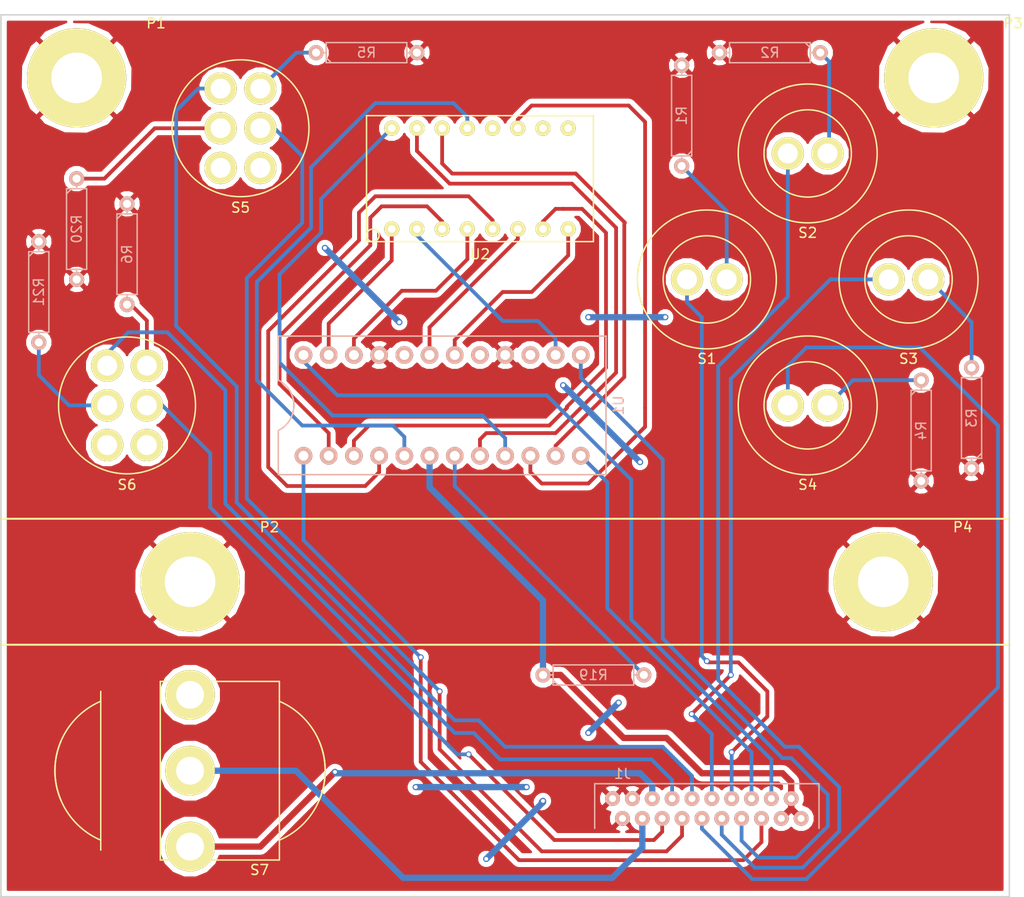
<source format=kicad_pcb>
(kicad_pcb (version 4) (host pcbnew 4.0.0-rc2-stable)

  (general
    (links 56)
    (no_connects 1)
    (area 76.124999 44.374999 177.875001 133.425001)
    (thickness 1.6)
    (drawings 6)
    (tracks 306)
    (zones 0)
    (modules 23)
    (nets 43)
  )

  (page USLetter)
  (title_block
    (title Front-PCB)
    (rev v1)
    (company "Ben Lorenzetti")
  )

  (layers
    (0 F.Cu signal)
    (31 B.Cu signal)
    (32 B.Adhes user)
    (33 F.Adhes user)
    (34 B.Paste user)
    (35 F.Paste user)
    (36 B.SilkS user)
    (37 F.SilkS user)
    (38 B.Mask user)
    (39 F.Mask user)
    (40 Dwgs.User user)
    (41 Cmts.User user)
    (42 Eco1.User user)
    (43 Eco2.User user)
    (44 Edge.Cuts user)
    (45 Margin user)
    (46 B.CrtYd user)
    (47 F.CrtYd user)
    (48 B.Fab user)
    (49 F.Fab user)
  )

  (setup
    (last_trace_width 0.381)
    (trace_clearance 0.254)
    (zone_clearance 0.508)
    (zone_45_only no)
    (trace_min 0.2)
    (segment_width 0.2)
    (edge_width 0.15)
    (via_size 0.6)
    (via_drill 0.381)
    (via_min_size 0.4)
    (via_min_drill 0.3)
    (uvia_size 0.3)
    (uvia_drill 0.1)
    (uvias_allowed no)
    (uvia_min_size 0)
    (uvia_min_drill 0)
    (pcb_text_width 0.3)
    (pcb_text_size 1.5 1.5)
    (mod_edge_width 0.15)
    (mod_text_size 1 1)
    (mod_text_width 0.15)
    (pad_size 1.524 1.524)
    (pad_drill 0.762)
    (pad_to_mask_clearance 0.2)
    (aux_axis_origin 0 0)
    (visible_elements FFFFFF7F)
    (pcbplotparams
      (layerselection 0x00030_80000001)
      (usegerberextensions false)
      (excludeedgelayer true)
      (linewidth 0.100000)
      (plotframeref false)
      (viasonmask false)
      (mode 1)
      (useauxorigin false)
      (hpglpennumber 1)
      (hpglpenspeed 20)
      (hpglpendiameter 15)
      (hpglpenoverlay 2)
      (psnegative false)
      (psa4output false)
      (plotreference true)
      (plotvalue true)
      (plotinvisibletext false)
      (padsonsilk false)
      (subtractmaskfromsilk false)
      (outputformat 1)
      (mirror false)
      (drillshape 1)
      (scaleselection 1)
      (outputdirectory ""))
  )

  (net 0 "")
  (net 1 +5V)
  (net 2 "Net-(J1-Pad12)")
  (net 3 "Net-(J1-Pad14)")
  (net 4 GND)
  (net 5 "Net-(R1-Pad1)")
  (net 6 "Net-(R2-Pad1)")
  (net 7 "Net-(R3-Pad2)")
  (net 8 "Net-(R4-Pad1)")
  (net 9 "Net-(R5-Pad1)")
  (net 10 "Net-(R6-Pad2)")
  (net 11 "Net-(R20-Pad1)")
  (net 12 "Net-(R21-Pad2)")
  (net 13 "Net-(S7-Pad3)")
  (net 14 "Net-(U1-Pad5)")
  (net 15 "Net-(U1-Pad8)")
  (net 16 "Net-(U1-Pad10)")
  (net 17 "Net-(U1-Pad14)")
  (net 18 "Net-(U1-Pad15)")
  (net 19 "Net-(U1-Pad16)")
  (net 20 "Net-(U1-Pad17)")
  (net 21 "Net-(U1-Pad20)")
  (net 22 "Net-(U1-Pad21)")
  (net 23 "Net-(U1-Pad22)")
  (net 24 "Net-(U1-Pad23)")
  (net 25 /up)
  (net 26 /down)
  (net 27 /slave)
  (net 28 /MISO)
  (net 29 /MOSI)
  (net 30 /spiclk)
  (net 31 /left)
  (net 32 /right)
  (net 33 /green)
  (net 34 /red)
  (net 35 /door1)
  (net 36 /door2)
  (net 37 /iset)
  (net 38 /dig5)
  (net 39 /dig4)
  (net 40 /dig1)
  (net 41 /dig3)
  (net 42 /dig2)

  (net_class Default "This is the default net class."
    (clearance 0.254)
    (trace_width 0.381)
    (via_dia 0.6)
    (via_drill 0.381)
    (uvia_dia 0.3)
    (uvia_drill 0.1)
    (add_net /MISO)
    (add_net /MOSI)
    (add_net /dig1)
    (add_net /dig2)
    (add_net /dig3)
    (add_net /dig4)
    (add_net /dig5)
    (add_net /down)
    (add_net /green)
    (add_net /iset)
    (add_net /left)
    (add_net /red)
    (add_net /right)
    (add_net /slave)
    (add_net /spiclk)
    (add_net /up)
    (add_net "Net-(J1-Pad12)")
    (add_net "Net-(J1-Pad14)")
    (add_net "Net-(R1-Pad1)")
    (add_net "Net-(R2-Pad1)")
    (add_net "Net-(R20-Pad1)")
    (add_net "Net-(R21-Pad2)")
    (add_net "Net-(R3-Pad2)")
    (add_net "Net-(R4-Pad1)")
    (add_net "Net-(R5-Pad1)")
    (add_net "Net-(R6-Pad2)")
    (add_net "Net-(S7-Pad3)")
    (add_net "Net-(U1-Pad10)")
    (add_net "Net-(U1-Pad14)")
    (add_net "Net-(U1-Pad15)")
    (add_net "Net-(U1-Pad16)")
    (add_net "Net-(U1-Pad17)")
    (add_net "Net-(U1-Pad20)")
    (add_net "Net-(U1-Pad21)")
    (add_net "Net-(U1-Pad22)")
    (add_net "Net-(U1-Pad23)")
    (add_net "Net-(U1-Pad5)")
    (add_net "Net-(U1-Pad8)")
  )

  (net_class Power ""
    (clearance 0.254)
    (trace_width 0.635)
    (via_dia 0.6)
    (via_drill 0.381)
    (uvia_dia 0.3)
    (uvia_drill 0.1)
    (add_net +5V)
    (add_net /door1)
    (add_net /door2)
    (add_net GND)
  )

  (module Easy-PCB-Footprints:HLW20R-2C7LF (layer B.Cu) (tedit 5655D990) (tstamp 5655EE42)
    (at 147.32 124.46 180)
    (path /56549806)
    (fp_text reference J1 (at 8.5 3.5 180) (layer B.SilkS)
      (effects (font (size 1 1) (thickness 0.15)) (justify mirror))
    )
    (fp_text value HLW20R-2C7LF (at -5.5 3.5 180) (layer B.Fab)
      (effects (font (size 1 1) (thickness 0.15)) (justify mirror))
    )
    (fp_line (start -11.3 2.5) (end -11.3 -2) (layer B.SilkS) (width 0.15))
    (fp_line (start -11.3 2.5) (end 11.3 2.5) (layer B.SilkS) (width 0.15))
    (fp_line (start 11.3 2.5) (end 11.3 -2) (layer B.SilkS) (width 0.15))
    (pad 9 thru_hole circle (at -1.5 -1 180) (size 1.5 1.5) (drill 0.7) (layers *.Cu *.Mask B.SilkS)
      (net 25 /up))
    (pad 11 thru_hole circle (at 0.5 -1 180) (size 1.5 1.5) (drill 0.7) (layers *.Cu *.Mask B.SilkS)
      (net 26 /down))
    (pad 7 thru_hole circle (at -3.5 -1 180) (size 1.5 1.5) (drill 0.7) (layers *.Cu *.Mask B.SilkS)
      (net 27 /slave))
    (pad 5 thru_hole circle (at -5.5 -1 180) (size 1.5 1.5) (drill 0.7) (layers *.Cu *.Mask B.SilkS)
      (net 28 /MISO))
    (pad 3 thru_hole circle (at -7.5 -1 180) (size 1.5 1.5) (drill 0.7) (layers *.Cu *.Mask B.SilkS)
      (net 1 +5V))
    (pad 1 thru_hole circle (at -9.5 -1 180) (size 1.5 1.5) (drill 0.7) (layers *.Cu *.Mask B.SilkS)
      (net 1 +5V))
    (pad 2 thru_hole circle (at -8.5 1 180) (size 1.5 1.5) (drill 0.7) (layers *.Cu *.Mask B.SilkS)
      (net 1 +5V))
    (pad 4 thru_hole circle (at -6.5 1 180) (size 1.5 1.5) (drill 0.7) (layers *.Cu *.Mask B.SilkS)
      (net 29 /MOSI))
    (pad 6 thru_hole circle (at -4.5 1 180) (size 1.5 1.5) (drill 0.7) (layers *.Cu *.Mask B.SilkS)
      (net 30 /spiclk))
    (pad 8 thru_hole circle (at -2.5 1 180) (size 1.5 1.5) (drill 0.7) (layers *.Cu *.Mask B.SilkS)
      (net 31 /left))
    (pad 10 thru_hole circle (at -0.5 1 180) (size 1.5 1.5) (drill 0.7) (layers *.Cu *.Mask B.SilkS)
      (net 32 /right))
    (pad 12 thru_hole circle (at 1.5 1 180) (size 1.5 1.5) (drill 0.7) (layers *.Cu *.Mask B.SilkS)
      (net 2 "Net-(J1-Pad12)"))
    (pad 13 thru_hole circle (at 2.5 -1 180) (size 1.5 1.5) (drill 0.7) (layers *.Cu *.Mask B.SilkS)
      (net 33 /green))
    (pad 14 thru_hole circle (at 3.5 1 180) (size 1.5 1.5) (drill 0.7) (layers *.Cu *.Mask B.SilkS)
      (net 3 "Net-(J1-Pad14)"))
    (pad 15 thru_hole circle (at 4.5 -1 180) (size 1.5 1.5) (drill 0.7) (layers *.Cu *.Mask B.SilkS)
      (net 34 /red))
    (pad 16 thru_hole circle (at 5.5 1 180) (size 1.5 1.5) (drill 0.7) (layers *.Cu *.Mask B.SilkS)
      (net 35 /door1))
    (pad 17 thru_hole circle (at 6.5 -1 180) (size 1.5 1.5) (drill 0.7) (layers *.Cu *.Mask B.SilkS)
      (net 36 /door2))
    (pad 18 thru_hole circle (at 7.5 1 180) (size 1.5 1.5) (drill 0.7) (layers *.Cu *.Mask B.SilkS)
      (net 4 GND))
    (pad 19 thru_hole circle (at 8.5 -1 180) (size 1.5 1.5) (drill 0.7) (layers *.Cu *.Mask B.SilkS)
      (net 4 GND))
    (pad 20 thru_hole circle (at 9.5 1 180) (size 1.5 1.5) (drill 0.7) (layers *.Cu *.Mask B.SilkS)
      (net 4 GND))
  )

  (module Discret:R4 (layer B.Cu) (tedit 0) (tstamp 5655EE48)
    (at 144.78 54.61 90)
    (descr "Resitance 4 pas")
    (tags R)
    (path /5654863A)
    (fp_text reference R1 (at 0 0 90) (layer B.SilkS)
      (effects (font (size 1 1) (thickness 0.15)) (justify mirror))
    )
    (fp_text value 1k (at 0 0 90) (layer B.Fab)
      (effects (font (size 1 1) (thickness 0.15)) (justify mirror))
    )
    (fp_line (start -5.08 0) (end -4.064 0) (layer B.SilkS) (width 0.15))
    (fp_line (start -4.064 0) (end -4.064 1.016) (layer B.SilkS) (width 0.15))
    (fp_line (start -4.064 1.016) (end 4.064 1.016) (layer B.SilkS) (width 0.15))
    (fp_line (start 4.064 1.016) (end 4.064 -1.016) (layer B.SilkS) (width 0.15))
    (fp_line (start 4.064 -1.016) (end -4.064 -1.016) (layer B.SilkS) (width 0.15))
    (fp_line (start -4.064 -1.016) (end -4.064 0) (layer B.SilkS) (width 0.15))
    (fp_line (start -4.064 0.508) (end -3.556 1.016) (layer B.SilkS) (width 0.15))
    (fp_line (start 5.08 0) (end 4.064 0) (layer B.SilkS) (width 0.15))
    (pad 1 thru_hole circle (at -5.08 0 90) (size 1.524 1.524) (drill 0.8128) (layers *.Cu *.Mask B.SilkS)
      (net 5 "Net-(R1-Pad1)"))
    (pad 2 thru_hole circle (at 5.08 0 90) (size 1.524 1.524) (drill 0.8128) (layers *.Cu *.Mask B.SilkS)
      (net 4 GND))
    (model Discret.3dshapes/R4.wrl
      (at (xyz 0 0 0))
      (scale (xyz 0.4 0.4 0.4))
      (rotate (xyz 0 0 0))
    )
  )

  (module Discret:R4 (layer B.Cu) (tedit 0) (tstamp 5655EE4E)
    (at 153.67 48.26 180)
    (descr "Resitance 4 pas")
    (tags R)
    (path /565486B3)
    (fp_text reference R2 (at 0 0 180) (layer B.SilkS)
      (effects (font (size 1 1) (thickness 0.15)) (justify mirror))
    )
    (fp_text value 1k (at 0 0 180) (layer B.Fab)
      (effects (font (size 1 1) (thickness 0.15)) (justify mirror))
    )
    (fp_line (start -5.08 0) (end -4.064 0) (layer B.SilkS) (width 0.15))
    (fp_line (start -4.064 0) (end -4.064 1.016) (layer B.SilkS) (width 0.15))
    (fp_line (start -4.064 1.016) (end 4.064 1.016) (layer B.SilkS) (width 0.15))
    (fp_line (start 4.064 1.016) (end 4.064 -1.016) (layer B.SilkS) (width 0.15))
    (fp_line (start 4.064 -1.016) (end -4.064 -1.016) (layer B.SilkS) (width 0.15))
    (fp_line (start -4.064 -1.016) (end -4.064 0) (layer B.SilkS) (width 0.15))
    (fp_line (start -4.064 0.508) (end -3.556 1.016) (layer B.SilkS) (width 0.15))
    (fp_line (start 5.08 0) (end 4.064 0) (layer B.SilkS) (width 0.15))
    (pad 1 thru_hole circle (at -5.08 0 180) (size 1.524 1.524) (drill 0.8128) (layers *.Cu *.Mask B.SilkS)
      (net 6 "Net-(R2-Pad1)"))
    (pad 2 thru_hole circle (at 5.08 0 180) (size 1.524 1.524) (drill 0.8128) (layers *.Cu *.Mask B.SilkS)
      (net 4 GND))
    (model Discret.3dshapes/R4.wrl
      (at (xyz 0 0 0))
      (scale (xyz 0.4 0.4 0.4))
      (rotate (xyz 0 0 0))
    )
  )

  (module Discret:R4 (layer B.Cu) (tedit 0) (tstamp 5655EE54)
    (at 173.99 85.09 90)
    (descr "Resitance 4 pas")
    (tags R)
    (path /565487C4)
    (fp_text reference R3 (at 0 0 90) (layer B.SilkS)
      (effects (font (size 1 1) (thickness 0.15)) (justify mirror))
    )
    (fp_text value 1k (at 0 0 90) (layer B.Fab)
      (effects (font (size 1 1) (thickness 0.15)) (justify mirror))
    )
    (fp_line (start -5.08 0) (end -4.064 0) (layer B.SilkS) (width 0.15))
    (fp_line (start -4.064 0) (end -4.064 1.016) (layer B.SilkS) (width 0.15))
    (fp_line (start -4.064 1.016) (end 4.064 1.016) (layer B.SilkS) (width 0.15))
    (fp_line (start 4.064 1.016) (end 4.064 -1.016) (layer B.SilkS) (width 0.15))
    (fp_line (start 4.064 -1.016) (end -4.064 -1.016) (layer B.SilkS) (width 0.15))
    (fp_line (start -4.064 -1.016) (end -4.064 0) (layer B.SilkS) (width 0.15))
    (fp_line (start -4.064 0.508) (end -3.556 1.016) (layer B.SilkS) (width 0.15))
    (fp_line (start 5.08 0) (end 4.064 0) (layer B.SilkS) (width 0.15))
    (pad 1 thru_hole circle (at -5.08 0 90) (size 1.524 1.524) (drill 0.8128) (layers *.Cu *.Mask B.SilkS)
      (net 4 GND))
    (pad 2 thru_hole circle (at 5.08 0 90) (size 1.524 1.524) (drill 0.8128) (layers *.Cu *.Mask B.SilkS)
      (net 7 "Net-(R3-Pad2)"))
    (model Discret.3dshapes/R4.wrl
      (at (xyz 0 0 0))
      (scale (xyz 0.4 0.4 0.4))
      (rotate (xyz 0 0 0))
    )
  )

  (module Discret:R4 (layer B.Cu) (tedit 0) (tstamp 5655EE5A)
    (at 168.91 86.36 270)
    (descr "Resitance 4 pas")
    (tags R)
    (path /56548783)
    (fp_text reference R4 (at 0 0 270) (layer B.SilkS)
      (effects (font (size 1 1) (thickness 0.15)) (justify mirror))
    )
    (fp_text value 1k (at 0 0 270) (layer B.Fab)
      (effects (font (size 1 1) (thickness 0.15)) (justify mirror))
    )
    (fp_line (start -5.08 0) (end -4.064 0) (layer B.SilkS) (width 0.15))
    (fp_line (start -4.064 0) (end -4.064 1.016) (layer B.SilkS) (width 0.15))
    (fp_line (start -4.064 1.016) (end 4.064 1.016) (layer B.SilkS) (width 0.15))
    (fp_line (start 4.064 1.016) (end 4.064 -1.016) (layer B.SilkS) (width 0.15))
    (fp_line (start 4.064 -1.016) (end -4.064 -1.016) (layer B.SilkS) (width 0.15))
    (fp_line (start -4.064 -1.016) (end -4.064 0) (layer B.SilkS) (width 0.15))
    (fp_line (start -4.064 0.508) (end -3.556 1.016) (layer B.SilkS) (width 0.15))
    (fp_line (start 5.08 0) (end 4.064 0) (layer B.SilkS) (width 0.15))
    (pad 1 thru_hole circle (at -5.08 0 270) (size 1.524 1.524) (drill 0.8128) (layers *.Cu *.Mask B.SilkS)
      (net 8 "Net-(R4-Pad1)"))
    (pad 2 thru_hole circle (at 5.08 0 270) (size 1.524 1.524) (drill 0.8128) (layers *.Cu *.Mask B.SilkS)
      (net 4 GND))
    (model Discret.3dshapes/R4.wrl
      (at (xyz 0 0 0))
      (scale (xyz 0.4 0.4 0.4))
      (rotate (xyz 0 0 0))
    )
  )

  (module Discret:R4 (layer B.Cu) (tedit 0) (tstamp 5655EE60)
    (at 113.03 48.26)
    (descr "Resitance 4 pas")
    (tags R)
    (path /565488E3)
    (fp_text reference R5 (at 0 0) (layer B.SilkS)
      (effects (font (size 1 1) (thickness 0.15)) (justify mirror))
    )
    (fp_text value 1k (at 0 0) (layer B.Fab)
      (effects (font (size 1 1) (thickness 0.15)) (justify mirror))
    )
    (fp_line (start -5.08 0) (end -4.064 0) (layer B.SilkS) (width 0.15))
    (fp_line (start -4.064 0) (end -4.064 1.016) (layer B.SilkS) (width 0.15))
    (fp_line (start -4.064 1.016) (end 4.064 1.016) (layer B.SilkS) (width 0.15))
    (fp_line (start 4.064 1.016) (end 4.064 -1.016) (layer B.SilkS) (width 0.15))
    (fp_line (start 4.064 -1.016) (end -4.064 -1.016) (layer B.SilkS) (width 0.15))
    (fp_line (start -4.064 -1.016) (end -4.064 0) (layer B.SilkS) (width 0.15))
    (fp_line (start -4.064 0.508) (end -3.556 1.016) (layer B.SilkS) (width 0.15))
    (fp_line (start 5.08 0) (end 4.064 0) (layer B.SilkS) (width 0.15))
    (pad 1 thru_hole circle (at -5.08 0) (size 1.524 1.524) (drill 0.8128) (layers *.Cu *.Mask B.SilkS)
      (net 9 "Net-(R5-Pad1)"))
    (pad 2 thru_hole circle (at 5.08 0) (size 1.524 1.524) (drill 0.8128) (layers *.Cu *.Mask B.SilkS)
      (net 4 GND))
    (model Discret.3dshapes/R4.wrl
      (at (xyz 0 0 0))
      (scale (xyz 0.4 0.4 0.4))
      (rotate (xyz 0 0 0))
    )
  )

  (module Discret:R4 (layer B.Cu) (tedit 0) (tstamp 5655EE66)
    (at 88.9 68.58 270)
    (descr "Resitance 4 pas")
    (tags R)
    (path /565489A6)
    (fp_text reference R6 (at 0 0 270) (layer B.SilkS)
      (effects (font (size 1 1) (thickness 0.15)) (justify mirror))
    )
    (fp_text value 1k (at 0 0 270) (layer B.Fab)
      (effects (font (size 1 1) (thickness 0.15)) (justify mirror))
    )
    (fp_line (start -5.08 0) (end -4.064 0) (layer B.SilkS) (width 0.15))
    (fp_line (start -4.064 0) (end -4.064 1.016) (layer B.SilkS) (width 0.15))
    (fp_line (start -4.064 1.016) (end 4.064 1.016) (layer B.SilkS) (width 0.15))
    (fp_line (start 4.064 1.016) (end 4.064 -1.016) (layer B.SilkS) (width 0.15))
    (fp_line (start 4.064 -1.016) (end -4.064 -1.016) (layer B.SilkS) (width 0.15))
    (fp_line (start -4.064 -1.016) (end -4.064 0) (layer B.SilkS) (width 0.15))
    (fp_line (start -4.064 0.508) (end -3.556 1.016) (layer B.SilkS) (width 0.15))
    (fp_line (start 5.08 0) (end 4.064 0) (layer B.SilkS) (width 0.15))
    (pad 1 thru_hole circle (at -5.08 0 270) (size 1.524 1.524) (drill 0.8128) (layers *.Cu *.Mask B.SilkS)
      (net 4 GND))
    (pad 2 thru_hole circle (at 5.08 0 270) (size 1.524 1.524) (drill 0.8128) (layers *.Cu *.Mask B.SilkS)
      (net 10 "Net-(R6-Pad2)"))
    (model Discret.3dshapes/R4.wrl
      (at (xyz 0 0 0))
      (scale (xyz 0.4 0.4 0.4))
      (rotate (xyz 0 0 0))
    )
  )

  (module Discret:R4 (layer B.Cu) (tedit 0) (tstamp 5655EE6C)
    (at 135.89 110.998)
    (descr "Resitance 4 pas")
    (tags R)
    (path /5652AC08)
    (fp_text reference R19 (at 0 0) (layer B.SilkS)
      (effects (font (size 1 1) (thickness 0.15)) (justify mirror))
    )
    (fp_text value 10k (at 0 0) (layer B.Fab)
      (effects (font (size 1 1) (thickness 0.15)) (justify mirror))
    )
    (fp_line (start -5.08 0) (end -4.064 0) (layer B.SilkS) (width 0.15))
    (fp_line (start -4.064 0) (end -4.064 1.016) (layer B.SilkS) (width 0.15))
    (fp_line (start -4.064 1.016) (end 4.064 1.016) (layer B.SilkS) (width 0.15))
    (fp_line (start 4.064 1.016) (end 4.064 -1.016) (layer B.SilkS) (width 0.15))
    (fp_line (start 4.064 -1.016) (end -4.064 -1.016) (layer B.SilkS) (width 0.15))
    (fp_line (start -4.064 -1.016) (end -4.064 0) (layer B.SilkS) (width 0.15))
    (fp_line (start -4.064 0.508) (end -3.556 1.016) (layer B.SilkS) (width 0.15))
    (fp_line (start 5.08 0) (end 4.064 0) (layer B.SilkS) (width 0.15))
    (pad 1 thru_hole circle (at -5.08 0) (size 1.524 1.524) (drill 0.8128) (layers *.Cu *.Mask B.SilkS)
      (net 1 +5V))
    (pad 2 thru_hole circle (at 5.08 0) (size 1.524 1.524) (drill 0.8128) (layers *.Cu *.Mask B.SilkS)
      (net 37 /iset))
    (model Discret.3dshapes/R4.wrl
      (at (xyz 0 0 0))
      (scale (xyz 0.4 0.4 0.4))
      (rotate (xyz 0 0 0))
    )
  )

  (module Discret:R4 (layer B.Cu) (tedit 0) (tstamp 5655EE72)
    (at 83.82 66.04 270)
    (descr "Resitance 4 pas")
    (tags R)
    (path /56548944)
    (fp_text reference R20 (at 0 0 270) (layer B.SilkS)
      (effects (font (size 1 1) (thickness 0.15)) (justify mirror))
    )
    (fp_text value 500 (at 0 0 270) (layer B.Fab)
      (effects (font (size 1 1) (thickness 0.15)) (justify mirror))
    )
    (fp_line (start -5.08 0) (end -4.064 0) (layer B.SilkS) (width 0.15))
    (fp_line (start -4.064 0) (end -4.064 1.016) (layer B.SilkS) (width 0.15))
    (fp_line (start -4.064 1.016) (end 4.064 1.016) (layer B.SilkS) (width 0.15))
    (fp_line (start 4.064 1.016) (end 4.064 -1.016) (layer B.SilkS) (width 0.15))
    (fp_line (start 4.064 -1.016) (end -4.064 -1.016) (layer B.SilkS) (width 0.15))
    (fp_line (start -4.064 -1.016) (end -4.064 0) (layer B.SilkS) (width 0.15))
    (fp_line (start -4.064 0.508) (end -3.556 1.016) (layer B.SilkS) (width 0.15))
    (fp_line (start 5.08 0) (end 4.064 0) (layer B.SilkS) (width 0.15))
    (pad 1 thru_hole circle (at -5.08 0 270) (size 1.524 1.524) (drill 0.8128) (layers *.Cu *.Mask B.SilkS)
      (net 11 "Net-(R20-Pad1)"))
    (pad 2 thru_hole circle (at 5.08 0 270) (size 1.524 1.524) (drill 0.8128) (layers *.Cu *.Mask B.SilkS)
      (net 4 GND))
    (model Discret.3dshapes/R4.wrl
      (at (xyz 0 0 0))
      (scale (xyz 0.4 0.4 0.4))
      (rotate (xyz 0 0 0))
    )
  )

  (module Discret:R4 (layer B.Cu) (tedit 0) (tstamp 5655EE78)
    (at 80.01 72.39 270)
    (descr "Resitance 4 pas")
    (tags R)
    (path /56548A3B)
    (fp_text reference R21 (at 0 0 270) (layer B.SilkS)
      (effects (font (size 1 1) (thickness 0.15)) (justify mirror))
    )
    (fp_text value 500 (at 0 0 270) (layer B.Fab)
      (effects (font (size 1 1) (thickness 0.15)) (justify mirror))
    )
    (fp_line (start -5.08 0) (end -4.064 0) (layer B.SilkS) (width 0.15))
    (fp_line (start -4.064 0) (end -4.064 1.016) (layer B.SilkS) (width 0.15))
    (fp_line (start -4.064 1.016) (end 4.064 1.016) (layer B.SilkS) (width 0.15))
    (fp_line (start 4.064 1.016) (end 4.064 -1.016) (layer B.SilkS) (width 0.15))
    (fp_line (start 4.064 -1.016) (end -4.064 -1.016) (layer B.SilkS) (width 0.15))
    (fp_line (start -4.064 -1.016) (end -4.064 0) (layer B.SilkS) (width 0.15))
    (fp_line (start -4.064 0.508) (end -3.556 1.016) (layer B.SilkS) (width 0.15))
    (fp_line (start 5.08 0) (end 4.064 0) (layer B.SilkS) (width 0.15))
    (pad 1 thru_hole circle (at -5.08 0 270) (size 1.524 1.524) (drill 0.8128) (layers *.Cu *.Mask B.SilkS)
      (net 4 GND))
    (pad 2 thru_hole circle (at 5.08 0 270) (size 1.524 1.524) (drill 0.8128) (layers *.Cu *.Mask B.SilkS)
      (net 12 "Net-(R21-Pad2)"))
    (model Discret.3dshapes/R4.wrl
      (at (xyz 0 0 0))
      (scale (xyz 0.4 0.4 0.4))
      (rotate (xyz 0 0 0))
    )
  )

  (module Easy-PCB-footprints:RP3502 (layer F.Cu) (tedit 5655CFA1) (tstamp 5655EE7E)
    (at 147.32 71.12)
    (path /5652B306)
    (fp_text reference S1 (at 0 8) (layer F.SilkS)
      (effects (font (size 1 1) (thickness 0.15)))
    )
    (fp_text value RP3502 (at 0 -8) (layer F.Fab)
      (effects (font (size 1 1) (thickness 0.15)))
    )
    (fp_circle (center 0 0) (end 4.4 0) (layer F.SilkS) (width 0.15))
    (fp_circle (center 0 0) (end 7 0) (layer F.SilkS) (width 0.15))
    (pad 1 thru_hole circle (at -2 0) (size 3.25 3.25) (drill 2) (layers *.Cu *.Mask F.SilkS)
      (net 31 /left))
    (pad 2 thru_hole circle (at 2 0) (size 3.25 3.25) (drill 2) (layers *.Cu *.Mask F.SilkS)
      (net 5 "Net-(R1-Pad1)"))
  )

  (module Easy-PCB-footprints:RP3502 (layer F.Cu) (tedit 5655CFA1) (tstamp 5655EE84)
    (at 157.48 58.42)
    (path /5652B523)
    (fp_text reference S2 (at 0 8) (layer F.SilkS)
      (effects (font (size 1 1) (thickness 0.15)))
    )
    (fp_text value RP3502 (at 0 -8) (layer F.Fab)
      (effects (font (size 1 1) (thickness 0.15)))
    )
    (fp_circle (center 0 0) (end 4.4 0) (layer F.SilkS) (width 0.15))
    (fp_circle (center 0 0) (end 7 0) (layer F.SilkS) (width 0.15))
    (pad 1 thru_hole circle (at -2 0) (size 3.25 3.25) (drill 2) (layers *.Cu *.Mask F.SilkS)
      (net 25 /up))
    (pad 2 thru_hole circle (at 2 0) (size 3.25 3.25) (drill 2) (layers *.Cu *.Mask F.SilkS)
      (net 6 "Net-(R2-Pad1)"))
  )

  (module Easy-PCB-footprints:RP3502 (layer F.Cu) (tedit 5655CFA1) (tstamp 5655EE8A)
    (at 167.64 71.12)
    (path /5652B5AE)
    (fp_text reference S3 (at 0 8) (layer F.SilkS)
      (effects (font (size 1 1) (thickness 0.15)))
    )
    (fp_text value RP3502 (at 0 -8) (layer F.Fab)
      (effects (font (size 1 1) (thickness 0.15)))
    )
    (fp_circle (center 0 0) (end 4.4 0) (layer F.SilkS) (width 0.15))
    (fp_circle (center 0 0) (end 7 0) (layer F.SilkS) (width 0.15))
    (pad 1 thru_hole circle (at -2 0) (size 3.25 3.25) (drill 2) (layers *.Cu *.Mask F.SilkS)
      (net 32 /right))
    (pad 2 thru_hole circle (at 2 0) (size 3.25 3.25) (drill 2) (layers *.Cu *.Mask F.SilkS)
      (net 7 "Net-(R3-Pad2)"))
  )

  (module Easy-PCB-footprints:RP3502 (layer F.Cu) (tedit 5655CFA1) (tstamp 5655EE90)
    (at 157.48 83.82)
    (path /5652B4B8)
    (fp_text reference S4 (at 0 8) (layer F.SilkS)
      (effects (font (size 1 1) (thickness 0.15)))
    )
    (fp_text value RP3502 (at 0 -8) (layer F.Fab)
      (effects (font (size 1 1) (thickness 0.15)))
    )
    (fp_circle (center 0 0) (end 4.4 0) (layer F.SilkS) (width 0.15))
    (fp_circle (center 0 0) (end 7 0) (layer F.SilkS) (width 0.15))
    (pad 1 thru_hole circle (at -2 0) (size 3.25 3.25) (drill 2) (layers *.Cu *.Mask F.SilkS)
      (net 26 /down))
    (pad 2 thru_hole circle (at 2 0) (size 3.25 3.25) (drill 2) (layers *.Cu *.Mask F.SilkS)
      (net 8 "Net-(R4-Pad1)"))
  )

  (module Easy-PCB-footprints:RP3508 (layer F.Cu) (tedit 5655D403) (tstamp 5655EE9A)
    (at 100.33 55.88)
    (path /5652B631)
    (fp_text reference S5 (at 0 8) (layer F.SilkS)
      (effects (font (size 1 1) (thickness 0.15)))
    )
    (fp_text value RP3508 (at 0 -8) (layer F.Fab)
      (effects (font (size 1 1) (thickness 0.15)))
    )
    (fp_circle (center 0 0) (end 6.9 0) (layer F.SilkS) (width 0.15))
    (pad L1 thru_hole circle (at -2 0) (size 3.25 3.25) (drill 2) (layers *.Cu *.Mask F.SilkS)
      (net 11 "Net-(R20-Pad1)"))
    (pad L2 thru_hole circle (at 2 0) (size 3.25 3.25) (drill 2) (layers *.Cu *.Mask F.SilkS)
      (net 33 /green))
    (pad 1 thru_hole circle (at -2 -4) (size 3.25 3.25) (drill 2) (layers *.Cu *.Mask F.SilkS)
      (net 2 "Net-(J1-Pad12)"))
    (pad 2 thru_hole circle (at 2 -4) (size 3.25 3.25) (drill 2) (layers *.Cu *.Mask F.SilkS)
      (net 9 "Net-(R5-Pad1)"))
    (pad 11 thru_hole circle (at -2 4) (size 3.25 3.25) (drill 2) (layers *.Cu *.Mask F.SilkS))
    (pad 12 thru_hole circle (at 2 4) (size 3.25 3.25) (drill 2) (layers *.Cu *.Mask F.SilkS))
  )

  (module Easy-PCB-footprints:RP3508 (layer F.Cu) (tedit 5655D403) (tstamp 5655EEA4)
    (at 88.9 83.82)
    (path /5652B70B)
    (fp_text reference S6 (at 0 8) (layer F.SilkS)
      (effects (font (size 1 1) (thickness 0.15)))
    )
    (fp_text value RP3508 (at 0 -8) (layer F.Fab)
      (effects (font (size 1 1) (thickness 0.15)))
    )
    (fp_circle (center 0 0) (end 6.9 0) (layer F.SilkS) (width 0.15))
    (pad L1 thru_hole circle (at -2 0) (size 3.25 3.25) (drill 2) (layers *.Cu *.Mask F.SilkS)
      (net 12 "Net-(R21-Pad2)"))
    (pad L2 thru_hole circle (at 2 0) (size 3.25 3.25) (drill 2) (layers *.Cu *.Mask F.SilkS)
      (net 34 /red))
    (pad 1 thru_hole circle (at -2 -4) (size 3.25 3.25) (drill 2) (layers *.Cu *.Mask F.SilkS)
      (net 3 "Net-(J1-Pad14)"))
    (pad 2 thru_hole circle (at 2 -4) (size 3.25 3.25) (drill 2) (layers *.Cu *.Mask F.SilkS)
      (net 10 "Net-(R6-Pad2)"))
    (pad 11 thru_hole circle (at -2 4) (size 3.25 3.25) (drill 2) (layers *.Cu *.Mask F.SilkS))
    (pad 12 thru_hole circle (at 2 4) (size 3.25 3.25) (drill 2) (layers *.Cu *.Mask F.SilkS))
  )

  (module Easy-PCB-Footprints:A0151B (layer F.Cu) (tedit 5655D78E) (tstamp 5655EEB4)
    (at 95.25 120.65)
    (path /5652CEDE)
    (fp_text reference S7 (at 7 10) (layer F.SilkS)
      (effects (font (size 1 1) (thickness 0.15)))
    )
    (fp_text value A0151B (at 6 -10) (layer F.Fab)
      (effects (font (size 1 1) (thickness 0.15)))
    )
    (fp_arc (start -6 0) (end -13 3) (angle 90) (layer F.SilkS) (width 0.15))
    (fp_arc (start -6 0) (end -9 7) (angle 90) (layer F.SilkS) (width 0.15))
    (fp_line (start -9 -8) (end -9 8) (layer F.SilkS) (width 0.15))
    (fp_arc (start 6 0) (end 13 -3) (angle 90) (layer F.SilkS) (width 0.15))
    (fp_arc (start 6 0) (end 9 -7) (angle 90) (layer F.SilkS) (width 0.15))
    (fp_line (start -3 9) (end -3 -9) (layer F.SilkS) (width 0.15))
    (fp_line (start -3 -9) (end 9 -9) (layer F.SilkS) (width 0.15))
    (fp_line (start 9 -9) (end 9 9) (layer F.SilkS) (width 0.15))
    (fp_line (start 9 9) (end -3 9) (layer F.SilkS) (width 0.15))
    (pad 2 thru_hole circle (at 0 0) (size 5 5) (drill 2.8) (layers *.Cu *.Mask F.SilkS)
      (net 36 /door2))
    (pad 3 thru_hole circle (at 0 -7.65) (size 5 5) (drill 2.8) (layers *.Cu *.Mask F.SilkS)
      (net 13 "Net-(S7-Pad3)"))
    (pad 1 thru_hole circle (at 0 7.65) (size 5 5) (drill 2.8) (layers *.Cu *.Mask F.SilkS)
      (net 35 /door1))
  )

  (module Easy-PCB-footprints:4824-3000-CP (layer B.Cu) (tedit 5655E0CA) (tstamp 5655EED0)
    (at 120.65 83.82)
    (path /565566A6)
    (fp_text reference U1 (at 17.78 0 270) (layer B.SilkS)
      (effects (font (size 1 1) (thickness 0.15)) (justify mirror))
    )
    (fp_text value MAX7219 (at 0 8.89) (layer B.Fab)
      (effects (font (size 1 1) (thickness 0.15)) (justify mirror))
    )
    (fp_line (start -16.51 -2.54) (end -16.51 -6.985) (layer B.SilkS) (width 0.15))
    (fp_line (start 16.51 6.985) (end 16.51 -6.985) (layer B.SilkS) (width 0.15))
    (fp_line (start -16.51 2.54) (end -16.51 6.985) (layer B.SilkS) (width 0.15))
    (fp_line (start -16.51 6.985) (end 16.51 6.985) (layer B.SilkS) (width 0.15))
    (fp_line (start 16.51 -6.985) (end -16.51 -6.985) (layer B.SilkS) (width 0.15))
    (fp_arc (start -17.78 0) (end -15.24 1.27) (angle -90) (layer B.SilkS) (width 0.15))
    (fp_arc (start -17.78 0) (end -16.51 2.54) (angle -90) (layer B.SilkS) (width 0.15))
    (pad 6 thru_hole circle (at -1.27 -5.08) (size 1.778 1.778) (drill 0.9906) (layers *.Cu *.Mask B.SilkS)
      (net 38 /dig5))
    (pad 5 thru_hole circle (at -3.81 -5.08) (size 1.778 1.778) (drill 0.9906) (layers *.Cu *.Mask B.SilkS)
      (net 14 "Net-(U1-Pad5)"))
    (pad 4 thru_hole circle (at -6.35 -5.08) (size 1.778 1.778) (drill 0.9906) (layers *.Cu *.Mask B.SilkS)
      (net 4 GND))
    (pad 3 thru_hole circle (at -8.89 -5.08) (size 1.778 1.778) (drill 0.9906) (layers *.Cu *.Mask B.SilkS)
      (net 39 /dig4))
    (pad 2 thru_hole circle (at -11.43 -5.08) (size 1.778 1.778) (drill 0.9906) (layers *.Cu *.Mask B.SilkS)
      (net 40 /dig1))
    (pad 1 thru_hole circle (at -13.97 -5.08) (size 1.778 1.778) (drill 0.9906) (layers *.Cu *.Mask B.SilkS)
      (net 29 /MOSI))
    (pad 7 thru_hole circle (at 1.27 -5.08) (size 1.778 1.778) (drill 0.9906) (layers *.Cu *.Mask B.SilkS)
      (net 41 /dig3))
    (pad 8 thru_hole circle (at 3.81 -5.08) (size 1.778 1.778) (drill 0.9906) (layers *.Cu *.Mask B.SilkS)
      (net 15 "Net-(U1-Pad8)"))
    (pad 9 thru_hole circle (at 6.35 -5.08) (size 1.778 1.778) (drill 0.9906) (layers *.Cu *.Mask B.SilkS)
      (net 4 GND))
    (pad 10 thru_hole circle (at 8.89 -5.08) (size 1.778 1.778) (drill 0.9906) (layers *.Cu *.Mask B.SilkS)
      (net 16 "Net-(U1-Pad10)"))
    (pad 11 thru_hole circle (at 11.43 -5.08) (size 1.778 1.778) (drill 0.9906) (layers *.Cu *.Mask B.SilkS)
      (net 42 /dig2))
    (pad 12 thru_hole circle (at 13.97 -5.08) (size 1.778 1.778) (drill 0.9906) (layers *.Cu *.Mask B.SilkS)
      (net 27 /slave))
    (pad 13 thru_hole circle (at 13.97 5.08) (size 1.778 1.778) (drill 0.9906) (layers *.Cu *.Mask B.SilkS)
      (net 30 /spiclk))
    (pad 14 thru_hole circle (at 11.43 5.08) (size 1.778 1.778) (drill 0.9906) (layers *.Cu *.Mask B.SilkS)
      (net 17 "Net-(U1-Pad14)"))
    (pad 15 thru_hole circle (at 8.89 5.08) (size 1.778 1.778) (drill 0.9906) (layers *.Cu *.Mask B.SilkS)
      (net 18 "Net-(U1-Pad15)"))
    (pad 16 thru_hole circle (at 6.35 5.08) (size 1.778 1.778) (drill 0.9906) (layers *.Cu *.Mask B.SilkS)
      (net 19 "Net-(U1-Pad16)"))
    (pad 17 thru_hole circle (at 3.81 5.08) (size 1.778 1.778) (drill 0.9906) (layers *.Cu *.Mask B.SilkS)
      (net 20 "Net-(U1-Pad17)"))
    (pad 18 thru_hole circle (at 1.27 5.08) (size 1.778 1.778) (drill 0.9906) (layers *.Cu *.Mask B.SilkS)
      (net 37 /iset))
    (pad 19 thru_hole circle (at -1.27 5.08) (size 1.778 1.778) (drill 0.9906) (layers *.Cu *.Mask B.SilkS)
      (net 1 +5V))
    (pad 20 thru_hole circle (at -3.81 5.08) (size 1.778 1.778) (drill 0.9906) (layers *.Cu *.Mask B.SilkS)
      (net 21 "Net-(U1-Pad20)"))
    (pad 21 thru_hole circle (at -6.35 5.08) (size 1.778 1.778) (drill 0.9906) (layers *.Cu *.Mask B.SilkS)
      (net 22 "Net-(U1-Pad21)"))
    (pad 22 thru_hole circle (at -8.89 5.08) (size 1.778 1.778) (drill 0.9906) (layers *.Cu *.Mask B.SilkS)
      (net 23 "Net-(U1-Pad22)"))
    (pad 23 thru_hole circle (at -11.43 5.08) (size 1.778 1.778) (drill 0.9906) (layers *.Cu *.Mask B.SilkS)
      (net 24 "Net-(U1-Pad23)"))
    (pad 24 thru_hole circle (at -13.97 5.08) (size 1.778 1.778) (drill 0.9906) (layers *.Cu *.Mask B.SilkS)
      (net 28 /MISO))
  )

  (module Easy-PCB-Footprints:LTC-4727JR (layer F.Cu) (tedit 5655E3AC) (tstamp 5655EEE9)
    (at 124.46 60.96)
    (path /56556130)
    (fp_text reference U2 (at 0 7.62) (layer F.SilkS)
      (effects (font (size 1 1) (thickness 0.15)))
    )
    (fp_text value LTC-4727JR (at 0 -7.62) (layer F.Fab)
      (effects (font (size 1 1) (thickness 0.15)))
    )
    (fp_circle (center -10.795 5.715) (end -10.16 5.715) (layer F.SilkS) (width 0.15))
    (fp_line (start -11.43 -6.35) (end -11.43 6.35) (layer F.SilkS) (width 0.15))
    (fp_line (start -11.43 6.35) (end 11.43 6.35) (layer F.SilkS) (width 0.15))
    (fp_line (start 11.43 6.35) (end 11.43 -6.35) (layer F.SilkS) (width 0.15))
    (fp_line (start 11.43 -6.35) (end -11.43 -6.35) (layer F.SilkS) (width 0.15))
    (pad 4 thru_hole circle (at -1.27 5.08) (size 1.524 1.524) (drill 0.762) (layers *.Cu *.Mask F.SilkS)
      (net 39 /dig4))
    (pad 3 thru_hole circle (at -3.81 5.08) (size 1.524 1.524) (drill 0.762) (layers *.Cu *.Mask F.SilkS)
      (net 24 "Net-(U1-Pad23)"))
    (pad 2 thru_hole circle (at -6.35 5.08) (size 1.524 1.524) (drill 0.762) (layers *.Cu *.Mask F.SilkS)
      (net 42 /dig2))
    (pad 1 thru_hole circle (at -8.89 5.08) (size 1.524 1.524) (drill 0.762) (layers *.Cu *.Mask F.SilkS)
      (net 40 /dig1))
    (pad 5 thru_hole circle (at 1.27 5.08) (size 1.524 1.524) (drill 0.762) (layers *.Cu *.Mask F.SilkS)
      (net 22 "Net-(U1-Pad21)"))
    (pad 6 thru_hole circle (at 3.81 5.08) (size 1.524 1.524) (drill 0.762) (layers *.Cu *.Mask F.SilkS)
      (net 38 /dig5))
    (pad 7 thru_hole circle (at 6.35 5.08) (size 1.524 1.524) (drill 0.762) (layers *.Cu *.Mask F.SilkS)
      (net 23 "Net-(U1-Pad22)"))
    (pad 8 thru_hole circle (at 8.89 5.08) (size 1.524 1.524) (drill 0.762) (layers *.Cu *.Mask F.SilkS)
      (net 41 /dig3))
    (pad 16 thru_hole circle (at -8.89 -5.08) (size 1.524 1.524) (drill 0.762) (layers *.Cu *.Mask F.SilkS)
      (net 19 "Net-(U1-Pad16)"))
    (pad 15 thru_hole circle (at -6.35 -5.08) (size 1.524 1.524) (drill 0.762) (layers *.Cu *.Mask F.SilkS)
      (net 20 "Net-(U1-Pad17)"))
    (pad 14 thru_hole circle (at -3.81 -5.08) (size 1.524 1.524) (drill 0.762) (layers *.Cu *.Mask F.SilkS)
      (net 17 "Net-(U1-Pad14)"))
    (pad 13 thru_hole circle (at -1.27 -5.08) (size 1.524 1.524) (drill 0.762) (layers *.Cu *.Mask F.SilkS)
      (net 21 "Net-(U1-Pad20)"))
    (pad 9 thru_hole circle (at 8.89 -5.08) (size 1.524 1.524) (drill 0.762) (layers *.Cu *.Mask F.SilkS))
    (pad 11 thru_hole circle (at 3.81 -5.08) (size 1.524 1.524) (drill 0.762) (layers *.Cu *.Mask F.SilkS)
      (net 18 "Net-(U1-Pad15)"))
    (pad 10 thru_hole circle (at 6.35 -5.08) (size 1.524 1.524) (drill 0.762) (layers *.Cu *.Mask F.SilkS))
    (pad 12 thru_hole circle (at 1.27 -5.08) (size 1.524 1.524) (drill 0.762) (layers *.Cu *.Mask F.SilkS))
  )

  (module Easy-PCB-footprints:10-32 (layer F.Cu) (tedit 5655DAC1) (tstamp 56560213)
    (at 83.82 50.8)
    (path /5655FFD6)
    (fp_text reference P1 (at 8 -5.5) (layer F.SilkS)
      (effects (font (size 1 1) (thickness 0.15)))
    )
    (fp_text value "Mounting Vias" (at 0 -7) (layer F.Fab)
      (effects (font (size 1 1) (thickness 0.15)))
    )
    (pad 1 thru_hole circle (at 0 0) (size 10 10) (drill 5.1) (layers *.Cu *.Mask F.SilkS)
      (net 4 GND))
  )

  (module Easy-PCB-footprints:10-32 (layer F.Cu) (tedit 5655DAC1) (tstamp 56560218)
    (at 95.25 101.6)
    (path /565600BD)
    (fp_text reference P2 (at 8 -5.5) (layer F.SilkS)
      (effects (font (size 1 1) (thickness 0.15)))
    )
    (fp_text value CONN_01X01 (at 0 -7) (layer F.Fab)
      (effects (font (size 1 1) (thickness 0.15)))
    )
    (pad 1 thru_hole circle (at 0 0) (size 10 10) (drill 5.1) (layers *.Cu *.Mask F.SilkS)
      (net 4 GND))
  )

  (module Easy-PCB-footprints:10-32 (layer F.Cu) (tedit 5655DAC1) (tstamp 5656021D)
    (at 170.18 50.8)
    (path /5656018C)
    (fp_text reference P3 (at 8 -5.5) (layer F.SilkS)
      (effects (font (size 1 1) (thickness 0.15)))
    )
    (fp_text value CONN_01X01 (at 0 -7) (layer F.Fab)
      (effects (font (size 1 1) (thickness 0.15)))
    )
    (pad 1 thru_hole circle (at 0 0) (size 10 10) (drill 5.1) (layers *.Cu *.Mask F.SilkS)
      (net 4 GND))
  )

  (module Easy-PCB-footprints:10-32 (layer F.Cu) (tedit 5655DAC1) (tstamp 56560222)
    (at 165.1 101.6)
    (path /565601F5)
    (fp_text reference P4 (at 8 -5.5) (layer F.SilkS)
      (effects (font (size 1 1) (thickness 0.15)))
    )
    (fp_text value CONN_01X01 (at 0 -7) (layer F.Fab)
      (effects (font (size 1 1) (thickness 0.15)))
    )
    (pad 1 thru_hole circle (at 0 0) (size 10 10) (drill 5.1) (layers *.Cu *.Mask F.SilkS)
      (net 4 GND))
  )

  (gr_line (start 76.2 44.45) (end 177.8 44.45) (angle 90) (layer Edge.Cuts) (width 0.15))
  (gr_line (start 76.2 133.35) (end 177.8 133.35) (angle 90) (layer Edge.Cuts) (width 0.15))
  (gr_line (start 76.2 107.95) (end 177.8 107.95) (angle 90) (layer F.SilkS) (width 0.2))
  (gr_line (start 76.2 95.25) (end 177.8 95.25) (angle 90) (layer F.SilkS) (width 0.2))
  (gr_line (start 177.8 44.45) (end 177.8 133.35) (angle 90) (layer Edge.Cuts) (width 0.15))
  (gr_line (start 76.2 44.45) (end 76.2 133.35) (angle 90) (layer Edge.Cuts) (width 0.15))

  (via (at 125.095 129.54) (size 0.6) (drill 0.381) (layers F.Cu B.Cu) (net 0))
  (segment (start 130.683 123.825) (end 130.81 123.698) (width 0.635) (layer F.Cu) (net 0) (tstamp 56573AF8))
  (via (at 130.81 123.698) (size 0.6) (drill 0.381) (layers F.Cu B.Cu) (net 0))
  (segment (start 130.81 123.825) (end 130.81 123.698) (width 0.635) (layer B.Cu) (net 0) (tstamp 56573AF2))
  (segment (start 130.81 123.825) (end 125.095 129.54) (width 0.635) (layer B.Cu) (net 0) (tstamp 56573AF1))
  (via (at 129.159 122.301) (size 0.6) (drill 0.381) (layers F.Cu B.Cu) (net 0))
  (via (at 117.983 122.301) (size 0.6) (drill 0.381) (layers F.Cu B.Cu) (net 0))
  (segment (start 129.159 122.301) (end 117.983 122.301) (width 0.635) (layer B.Cu) (net 0) (tstamp 56573AD8))
  (via (at 135.382 74.93) (size 0.6) (drill 0.381) (layers F.Cu B.Cu) (net 0))
  (via (at 143.129 74.93) (size 0.6) (drill 0.381) (layers F.Cu B.Cu) (net 0))
  (segment (start 135.382 74.93) (end 143.129 74.93) (width 0.635) (layer B.Cu) (net 0) (tstamp 56574800))
  (via (at 132.842 81.788) (size 0.6) (drill 0.381) (layers F.Cu B.Cu) (net 0))
  (via (at 140.589 89.535) (size 0.6) (drill 0.381) (layers F.Cu B.Cu) (net 0))
  (segment (start 132.842 81.788) (end 140.589 89.535) (width 0.635) (layer B.Cu) (net 0) (tstamp 5657535A))
  (via (at 116.332 75.438) (size 0.6) (drill 0.381) (layers F.Cu B.Cu) (net 0))
  (via (at 108.839 67.945) (size 0.6) (drill 0.381) (layers F.Cu B.Cu) (net 0))
  (segment (start 116.332 75.438) (end 108.839 67.945) (width 0.635) (layer B.Cu) (net 0) (tstamp 56575332))
  (via (at 135.382 116.84) (size 0.6) (drill 0.381) (layers F.Cu B.Cu) (net 0))
  (via (at 138.43 113.792) (size 0.6) (drill 0.381) (layers F.Cu B.Cu) (net 0))
  (segment (start 135.382 116.84) (end 138.43 113.792) (width 0.635) (layer B.Cu) (net 0) (tstamp 565752FA))
  (segment (start 154.051 120.904) (end 154.94 120.904) (width 0.635) (layer F.Cu) (net 1))
  (segment (start 155.82 124.46) (end 155.82 122.673) (width 0.635) (layer F.Cu) (net 1) (tstamp 56574FEC))
  (segment (start 132.588 110.998) (end 138.938 117.348) (width 0.635) (layer F.Cu) (net 1) (tstamp 56574FBF))
  (segment (start 138.938 117.348) (end 143.256 117.348) (width 0.635) (layer F.Cu) (net 1) (tstamp 56574FC5))
  (segment (start 143.256 117.348) (end 146.812 120.904) (width 0.635) (layer F.Cu) (net 1) (tstamp 56574FD3))
  (segment (start 146.812 120.904) (end 154.051 120.904) (width 0.635) (layer F.Cu) (net 1) (tstamp 56574FDB))
  (segment (start 132.588 110.998) (end 130.81 110.998) (width 0.635) (layer F.Cu) (net 1))
  (segment (start 155.82 121.784) (end 155.82 122.673) (width 0.635) (layer F.Cu) (net 1) (tstamp 56575178))
  (segment (start 154.94 120.904) (end 155.82 121.784) (width 0.635) (layer F.Cu) (net 1) (tstamp 56575176))
  (segment (start 119.38 88.9) (end 119.38 92.075) (width 0.635) (layer B.Cu) (net 1))
  (segment (start 119.38 92.075) (end 130.81 103.505) (width 0.635) (layer B.Cu) (net 1) (tstamp 56573B0B))
  (segment (start 130.81 103.505) (end 130.81 110.998) (width 0.635) (layer B.Cu) (net 1) (tstamp 56573B19))
  (segment (start 155.82 123.46) (end 155.82 124.46) (width 0.635) (layer F.Cu) (net 1))
  (segment (start 155.82 124.46) (end 154.82 125.46) (width 0.635) (layer F.Cu) (net 1) (tstamp 56573559))
  (segment (start 156.82 125.46) (end 155.82 124.46) (width 0.635) (layer F.Cu) (net 1))
  (segment (start 155.82 124.46) (end 154.82 125.46) (width 0.635) (layer F.Cu) (net 1) (tstamp 56572F1A))
  (segment (start 121.92 115.57) (end 124.333 115.57) (width 0.381) (layer B.Cu) (net 2))
  (segment (start 99.949 93.599) (end 121.92 115.57) (width 0.381) (layer B.Cu) (net 2) (tstamp 56573FA9))
  (segment (start 98.33 51.88) (end 96.075 51.88) (width 0.381) (layer B.Cu) (net 2))
  (segment (start 96.075 51.88) (end 93.853 54.102) (width 0.381) (layer B.Cu) (net 2) (tstamp 56573677))
  (segment (start 93.853 54.102) (end 93.853 75.819) (width 0.381) (layer B.Cu) (net 2) (tstamp 5657367C))
  (segment (start 93.853 75.819) (end 99.949 81.915) (width 0.381) (layer B.Cu) (net 2) (tstamp 56573687))
  (segment (start 99.949 81.915) (end 99.949 90.805) (width 0.381) (layer B.Cu) (net 2) (tstamp 5657368C))
  (segment (start 99.949 90.805) (end 99.949 93.599) (width 0.381) (layer B.Cu) (net 2))
  (segment (start 145.82 121.182) (end 145.82 123.46) (width 0.381) (layer B.Cu) (net 2) (tstamp 56574149))
  (segment (start 142.875 118.237) (end 145.82 121.182) (width 0.381) (layer B.Cu) (net 2) (tstamp 56574143))
  (segment (start 127 118.237) (end 142.875 118.237) (width 0.381) (layer B.Cu) (net 2) (tstamp 5657413E))
  (segment (start 124.333 115.57) (end 127 118.237) (width 0.381) (layer B.Cu) (net 2) (tstamp 5657413B))
  (segment (start 98.806 91.821) (end 98.806 93.726) (width 0.381) (layer B.Cu) (net 3))
  (segment (start 143.82 123.46) (end 143.82 121.595) (width 0.381) (layer B.Cu) (net 3) (tstamp 56572D69))
  (segment (start 141.732 119.507) (end 143.82 121.595) (width 0.381) (layer B.Cu) (net 3) (tstamp 56572D63))
  (segment (start 126.492 119.507) (end 141.732 119.507) (width 0.381) (layer B.Cu) (net 3) (tstamp 56572D4F))
  (segment (start 98.806 82.296) (end 98.806 91.821) (width 0.381) (layer B.Cu) (net 3) (tstamp 56572D3A))
  (segment (start 92.964 76.454) (end 98.806 82.296) (width 0.381) (layer B.Cu) (net 3) (tstamp 56572D30))
  (segment (start 89.027 76.454) (end 92.964 76.454) (width 0.381) (layer B.Cu) (net 3) (tstamp 56572D2C))
  (segment (start 89.027 76.454) (end 86.9 78.581) (width 0.381) (layer B.Cu) (net 3) (tstamp 56572D25))
  (segment (start 123.825 116.84) (end 126.492 119.507) (width 0.381) (layer B.Cu) (net 3) (tstamp 56573FF5))
  (segment (start 121.92 116.84) (end 123.825 116.84) (width 0.381) (layer B.Cu) (net 3) (tstamp 56573FEF))
  (segment (start 98.806 93.726) (end 121.92 116.84) (width 0.381) (layer B.Cu) (net 3) (tstamp 56573FC9))
  (segment (start 86.9 79.82) (end 86.9 78.581) (width 0.381) (layer B.Cu) (net 3))
  (segment (start 149.32 71.12) (end 149.32 64.23) (width 0.381) (layer B.Cu) (net 5))
  (segment (start 149.32 64.23) (end 144.78 59.69) (width 0.381) (layer B.Cu) (net 5) (tstamp 5657542B))
  (segment (start 149.225 71.025) (end 149.32 71.12) (width 0.381) (layer F.Cu) (net 5) (tstamp 565753A5))
  (segment (start 158.75 48.26) (end 159.639 49.149) (width 0.381) (layer B.Cu) (net 6))
  (segment (start 159.639 49.149) (end 159.639 58.261) (width 0.381) (layer B.Cu) (net 6) (tstamp 565753F3))
  (segment (start 159.639 58.261) (end 159.48 58.42) (width 0.381) (layer B.Cu) (net 6) (tstamp 565753F7))
  (segment (start 169.64 71.12) (end 169.672 71.12) (width 0.381) (layer B.Cu) (net 7))
  (segment (start 169.672 71.12) (end 173.99 75.438) (width 0.381) (layer B.Cu) (net 7) (tstamp 5657540C))
  (segment (start 173.99 75.438) (end 173.99 80.01) (width 0.381) (layer B.Cu) (net 7) (tstamp 5657540E))
  (segment (start 159.48 83.82) (end 159.512 83.82) (width 0.381) (layer B.Cu) (net 8))
  (segment (start 159.512 83.82) (end 162.052 81.28) (width 0.381) (layer B.Cu) (net 8) (tstamp 56575401))
  (segment (start 162.052 81.28) (end 168.91 81.28) (width 0.381) (layer B.Cu) (net 8) (tstamp 56575404))
  (segment (start 107.95 48.26) (end 105.95 48.26) (width 0.381) (layer B.Cu) (net 9))
  (segment (start 105.95 48.26) (end 102.33 51.88) (width 0.381) (layer B.Cu) (net 9) (tstamp 565753E3))
  (segment (start 88.9 73.66) (end 89.281 73.66) (width 0.381) (layer F.Cu) (net 10))
  (segment (start 89.281 73.66) (end 90.9 75.279) (width 0.381) (layer F.Cu) (net 10) (tstamp 56575394))
  (segment (start 90.9 75.279) (end 90.9 79.82) (width 0.381) (layer F.Cu) (net 10) (tstamp 56575397))
  (segment (start 98.33 55.88) (end 91.694 55.88) (width 0.381) (layer F.Cu) (net 11))
  (segment (start 86.614 60.96) (end 83.82 60.96) (width 0.381) (layer F.Cu) (net 11) (tstamp 56575388))
  (segment (start 91.694 55.88) (end 86.614 60.96) (width 0.381) (layer F.Cu) (net 11) (tstamp 56575381))
  (segment (start 80.01 77.47) (end 80.01 79.375) (width 0.381) (layer B.Cu) (net 12))
  (segment (start 83.058 83.82) (end 86.9 83.82) (width 0.381) (layer B.Cu) (net 12) (tstamp 5657543A))
  (segment (start 80.01 80.772) (end 83.058 83.82) (width 0.381) (layer B.Cu) (net 12) (tstamp 56575438))
  (segment (start 80.01 79.375) (end 80.01 80.772) (width 0.381) (layer B.Cu) (net 12) (tstamp 56575437))
  (segment (start 139.0015 65.3415) (end 139.0015 80.9625) (width 0.381) (layer F.Cu) (net 17))
  (segment (start 132.08 87.884) (end 132.08 88.9) (width 0.381) (layer F.Cu) (net 17) (tstamp 5657462F))
  (segment (start 139.0015 80.9625) (end 132.08 87.884) (width 0.381) (layer F.Cu) (net 17) (tstamp 5657462A))
  (segment (start 120.65 55.88) (end 120.65 59.436) (width 0.381) (layer F.Cu) (net 17))
  (segment (start 134.112 60.452) (end 139.0015 65.3415) (width 0.381) (layer F.Cu) (net 17) (tstamp 5657460A))
  (segment (start 139.0015 65.3415) (end 139.065 65.405) (width 0.381) (layer F.Cu) (net 17) (tstamp 56574628))
  (segment (start 121.666 60.452) (end 134.112 60.452) (width 0.381) (layer F.Cu) (net 17) (tstamp 56574607))
  (segment (start 120.65 59.436) (end 121.666 60.452) (width 0.381) (layer F.Cu) (net 17) (tstamp 56574604))
  (segment (start 141.097 84.074) (end 141.097 85.979) (width 0.381) (layer F.Cu) (net 18))
  (segment (start 128.27 54.991) (end 129.667 53.594) (width 0.381) (layer F.Cu) (net 18) (tstamp 565744EB))
  (segment (start 129.667 53.594) (end 139.446 53.594) (width 0.381) (layer F.Cu) (net 18) (tstamp 565744F1))
  (segment (start 139.446 53.594) (end 141.097 55.245) (width 0.381) (layer F.Cu) (net 18) (tstamp 565744F9))
  (segment (start 141.097 55.245) (end 141.097 84.074) (width 0.381) (layer F.Cu) (net 18) (tstamp 56574502))
  (segment (start 128.27 55.88) (end 128.27 54.991) (width 0.381) (layer F.Cu) (net 18))
  (segment (start 129.54 90.551) (end 129.54 88.9) (width 0.381) (layer F.Cu) (net 18) (tstamp 5657465C))
  (segment (start 130.683 91.694) (end 129.54 90.551) (width 0.381) (layer F.Cu) (net 18) (tstamp 5657465A))
  (segment (start 135.382 91.694) (end 130.683 91.694) (width 0.381) (layer F.Cu) (net 18) (tstamp 56574657))
  (segment (start 141.097 85.979) (end 135.382 91.694) (width 0.381) (layer F.Cu) (net 18) (tstamp 5657464E))
  (segment (start 115.57 55.88) (end 108.458 62.992) (width 0.381) (layer B.Cu) (net 19))
  (segment (start 127 87.122) (end 127 88.9) (width 0.381) (layer B.Cu) (net 19) (tstamp 56574568))
  (segment (start 124.714 84.836) (end 127 87.122) (width 0.381) (layer B.Cu) (net 19) (tstamp 56574565))
  (segment (start 109.601 84.836) (end 124.714 84.836) (width 0.381) (layer B.Cu) (net 19) (tstamp 56574558))
  (segment (start 104.267 79.502) (end 109.601 84.836) (width 0.381) (layer B.Cu) (net 19) (tstamp 56574552))
  (segment (start 104.267 70.612) (end 104.267 79.502) (width 0.381) (layer B.Cu) (net 19) (tstamp 56574549))
  (segment (start 108.458 66.421) (end 104.267 70.612) (width 0.381) (layer B.Cu) (net 19) (tstamp 5657453F))
  (segment (start 108.458 62.992) (end 108.458 66.421) (width 0.381) (layer B.Cu) (net 19) (tstamp 56574536))
  (segment (start 133.604 85.09) (end 132.08 86.614) (width 0.381) (layer F.Cu) (net 20))
  (segment (start 118.11 58.166) (end 121.412 61.468) (width 0.381) (layer F.Cu) (net 20) (tstamp 5657457D))
  (segment (start 121.412 61.468) (end 133.731 61.468) (width 0.381) (layer F.Cu) (net 20) (tstamp 56574585))
  (segment (start 133.731 61.468) (end 138.176 65.913) (width 0.381) (layer F.Cu) (net 20) (tstamp 5657458A))
  (segment (start 138.176 65.913) (end 138.176 80.518) (width 0.381) (layer F.Cu) (net 20) (tstamp 56574594))
  (segment (start 138.176 80.518) (end 133.604 85.09) (width 0.381) (layer F.Cu) (net 20) (tstamp 5657459E))
  (segment (start 118.11 55.88) (end 118.11 58.166) (width 0.381) (layer F.Cu) (net 20))
  (segment (start 124.46 87.249) (end 124.46 88.9) (width 0.381) (layer F.Cu) (net 20) (tstamp 565750D4))
  (segment (start 125.095 86.614) (end 124.46 87.249) (width 0.381) (layer F.Cu) (net 20) (tstamp 565750CE))
  (segment (start 132.08 86.614) (end 125.095 86.614) (width 0.381) (layer F.Cu) (net 20) (tstamp 565750CA))
  (segment (start 123.19 55.88) (end 123.19 54.737) (width 0.381) (layer B.Cu) (net 21))
  (segment (start 116.84 86.995) (end 116.84 88.9) (width 0.381) (layer B.Cu) (net 21) (tstamp 56574436))
  (segment (start 115.697 85.852) (end 116.84 86.995) (width 0.381) (layer B.Cu) (net 21) (tstamp 56574434))
  (segment (start 106.553 85.852) (end 115.697 85.852) (width 0.381) (layer B.Cu) (net 21) (tstamp 56574429))
  (segment (start 101.981 81.28) (end 106.553 85.852) (width 0.381) (layer B.Cu) (net 21) (tstamp 56574424))
  (segment (start 101.981 71.374) (end 101.981 81.28) (width 0.381) (layer B.Cu) (net 21) (tstamp 56574411))
  (segment (start 107.442 65.913) (end 101.981 71.374) (width 0.381) (layer B.Cu) (net 21) (tstamp 5657440B))
  (segment (start 107.442 59.817) (end 107.442 65.913) (width 0.381) (layer B.Cu) (net 21) (tstamp 565743FC))
  (segment (start 113.919 53.34) (end 107.442 59.817) (width 0.381) (layer B.Cu) (net 21) (tstamp 565743F7))
  (segment (start 121.793 53.34) (end 113.919 53.34) (width 0.381) (layer B.Cu) (net 21) (tstamp 565743F3))
  (segment (start 123.19 54.737) (end 121.793 53.34) (width 0.381) (layer B.Cu) (net 21) (tstamp 565743E7))
  (segment (start 125.73 66.04) (end 125.73 65.151) (width 0.381) (layer F.Cu) (net 22))
  (segment (start 114.3 90.551) (end 114.3 88.9) (width 0.381) (layer F.Cu) (net 22) (tstamp 56574338))
  (segment (start 112.903 91.948) (end 114.3 90.551) (width 0.381) (layer F.Cu) (net 22) (tstamp 56574335))
  (segment (start 105.029 91.948) (end 112.903 91.948) (width 0.381) (layer F.Cu) (net 22) (tstamp 56574332))
  (segment (start 103.124 90.043) (end 105.029 91.948) (width 0.381) (layer F.Cu) (net 22) (tstamp 5657432C))
  (segment (start 103.124 76.327) (end 103.124 90.043) (width 0.381) (layer F.Cu) (net 22) (tstamp 56574327))
  (segment (start 112.268 67.183) (end 103.124 76.327) (width 0.381) (layer F.Cu) (net 22) (tstamp 5657431F))
  (segment (start 112.268 64.389) (end 112.268 67.183) (width 0.381) (layer F.Cu) (net 22) (tstamp 5657431B))
  (segment (start 113.919 62.738) (end 112.268 64.389) (width 0.381) (layer F.Cu) (net 22) (tstamp 56574311))
  (segment (start 123.317 62.738) (end 113.919 62.738) (width 0.381) (layer F.Cu) (net 22) (tstamp 5657430C))
  (segment (start 125.73 65.151) (end 123.317 62.738) (width 0.381) (layer F.Cu) (net 22) (tstamp 56574307))
  (segment (start 133.223 83.947) (end 133.223 84.074) (width 0.381) (layer F.Cu) (net 23))
  (segment (start 130.81 65.278) (end 132.08 64.008) (width 0.381) (layer F.Cu) (net 23) (tstamp 5657447E))
  (segment (start 132.842 64.008) (end 132.08 64.008) (width 0.381) (layer F.Cu) (net 23) (tstamp 56574478))
  (segment (start 134.747 64.008) (end 132.842 64.008) (width 0.381) (layer F.Cu) (net 23) (tstamp 56574475))
  (segment (start 137.16 66.421) (end 134.747 64.008) (width 0.381) (layer F.Cu) (net 23) (tstamp 5657446A))
  (segment (start 137.16 80.01) (end 137.16 66.421) (width 0.381) (layer F.Cu) (net 23) (tstamp 56574467))
  (segment (start 133.223 83.947) (end 137.16 80.01) (width 0.381) (layer F.Cu) (net 23) (tstamp 5657445C))
  (segment (start 111.76 87.376) (end 111.76 88.9) (width 0.381) (layer F.Cu) (net 23) (tstamp 565750F8))
  (segment (start 113.284 85.852) (end 111.76 87.376) (width 0.381) (layer F.Cu) (net 23) (tstamp 565750F2))
  (segment (start 131.445 85.852) (end 113.284 85.852) (width 0.381) (layer F.Cu) (net 23) (tstamp 565750EC))
  (segment (start 133.223 84.074) (end 131.445 85.852) (width 0.381) (layer F.Cu) (net 23) (tstamp 565750EA))
  (segment (start 130.81 65.278) (end 130.81 66.04) (width 0.381) (layer F.Cu) (net 23) (tstamp 56574482))
  (segment (start 120.65 66.04) (end 120.65 65.278) (width 0.381) (layer F.Cu) (net 24))
  (segment (start 120.65 65.278) (end 119.126 63.754) (width 0.381) (layer F.Cu) (net 24) (tstamp 565742B3))
  (segment (start 119.126 63.754) (end 114.554 63.754) (width 0.381) (layer F.Cu) (net 24) (tstamp 565742B6))
  (segment (start 114.554 63.754) (end 113.411 64.897) (width 0.381) (layer F.Cu) (net 24) (tstamp 565742BB))
  (segment (start 113.411 64.897) (end 113.411 67.691) (width 0.381) (layer F.Cu) (net 24) (tstamp 565742C0))
  (segment (start 113.411 67.691) (end 104.267 76.835) (width 0.381) (layer F.Cu) (net 24) (tstamp 565742C6))
  (segment (start 104.267 76.835) (end 104.267 81.661) (width 0.381) (layer F.Cu) (net 24) (tstamp 565742CF))
  (segment (start 104.267 81.661) (end 109.22 86.614) (width 0.381) (layer F.Cu) (net 24) (tstamp 565742D7))
  (segment (start 109.22 86.614) (end 109.22 88.9) (width 0.381) (layer F.Cu) (net 24) (tstamp 565742DD))
  (segment (start 148.463 109.22) (end 148.463 111.506) (width 0.381) (layer B.Cu) (net 25))
  (segment (start 156.972 130.429) (end 160.655 126.746) (width 0.381) (layer B.Cu) (net 25) (tstamp 56574E0D))
  (segment (start 160.655 126.746) (end 160.655 124.714) (width 0.381) (layer B.Cu) (net 25) (tstamp 56574E16))
  (segment (start 148.82 125.46) (end 148.82 127.103) (width 0.381) (layer B.Cu) (net 25))
  (segment (start 152.146 130.429) (end 156.845 130.429) (width 0.381) (layer B.Cu) (net 25) (tstamp 56574D63))
  (segment (start 148.82 127.103) (end 152.146 130.429) (width 0.381) (layer B.Cu) (net 25) (tstamp 56574D5C))
  (segment (start 156.845 130.429) (end 156.972 130.429) (width 0.381) (layer B.Cu) (net 25))
  (segment (start 150.876 77.47) (end 148.463 79.883) (width 0.381) (layer B.Cu) (net 25))
  (segment (start 155.48 62.008) (end 155.48 58.42) (width 0.381) (layer B.Cu) (net 25) (tstamp 56574D93))
  (segment (start 150.876 77.47) (end 155.48 72.866) (width 0.381) (layer B.Cu) (net 25) (tstamp 56574E43))
  (segment (start 155.48 72.866) (end 155.48 62.008) (width 0.381) (layer B.Cu) (net 25) (tstamp 56574E47))
  (segment (start 148.463 109.22) (end 148.463 79.883) (width 0.381) (layer B.Cu) (net 25))
  (segment (start 160.655 122.301) (end 160.655 124.714) (width 0.381) (layer B.Cu) (net 25) (tstamp 565751FD))
  (segment (start 156.591 118.237) (end 160.655 122.301) (width 0.381) (layer B.Cu) (net 25) (tstamp 565751F9))
  (segment (start 155.194 118.237) (end 156.591 118.237) (width 0.381) (layer B.Cu) (net 25) (tstamp 565751F3))
  (segment (start 148.463 111.506) (end 155.194 118.237) (width 0.381) (layer B.Cu) (net 25) (tstamp 565751EE))
  (segment (start 174.498 114.427) (end 176.657 112.268) (width 0.381) (layer B.Cu) (net 26))
  (segment (start 146.82 126.5) (end 151.892 131.572) (width 0.381) (layer B.Cu) (net 26) (tstamp 56574DA0))
  (segment (start 151.892 131.572) (end 157.353 131.572) (width 0.381) (layer B.Cu) (net 26) (tstamp 56574DA3))
  (segment (start 157.353 131.572) (end 174.498 114.427) (width 0.381) (layer B.Cu) (net 26) (tstamp 56574DA6))
  (segment (start 146.82 125.46) (end 146.82 126.5) (width 0.381) (layer B.Cu) (net 26))
  (segment (start 155.48 79.851) (end 155.48 83.82) (width 0.381) (layer B.Cu) (net 26) (tstamp 56574E06))
  (segment (start 157.353 77.978) (end 155.48 79.851) (width 0.381) (layer B.Cu) (net 26) (tstamp 56574E03))
  (segment (start 168.783 77.978) (end 157.353 77.978) (width 0.381) (layer B.Cu) (net 26) (tstamp 56574E01))
  (segment (start 176.657 85.852) (end 168.783 77.978) (width 0.381) (layer B.Cu) (net 26) (tstamp 56574DC9))
  (segment (start 176.657 112.268) (end 176.657 85.852) (width 0.381) (layer B.Cu) (net 26) (tstamp 56574DC4))
  (segment (start 143.891 108.331) (end 154.94 119.38) (width 0.381) (layer B.Cu) (net 27))
  (segment (start 159.512 125.222) (end 159.512 126.238) (width 0.381) (layer B.Cu) (net 27) (tstamp 56574887))
  (segment (start 150.82 125.46) (end 150.82 127.706) (width 0.381) (layer B.Cu) (net 27) (tstamp 565746EB))
  (segment (start 152.527 129.413) (end 150.82 127.706) (width 0.381) (layer B.Cu) (net 27) (tstamp 565746E9))
  (segment (start 156.337 129.413) (end 152.527 129.413) (width 0.381) (layer B.Cu) (net 27) (tstamp 565746E4))
  (segment (start 159.512 126.238) (end 156.337 129.413) (width 0.381) (layer B.Cu) (net 27) (tstamp 565746D2))
  (segment (start 142.875 107.315) (end 143.891 108.331) (width 0.381) (layer B.Cu) (net 27) (tstamp 56575188))
  (segment (start 134.62 81.026) (end 134.62 78.74) (width 0.381) (layer B.Cu) (net 27))
  (segment (start 134.62 81.026) (end 142.875 89.281) (width 0.381) (layer B.Cu) (net 27))
  (segment (start 142.875 89.281) (end 142.875 107.315) (width 0.381) (layer B.Cu) (net 27))
  (segment (start 159.512 123.063) (end 159.512 125.222) (width 0.381) (layer B.Cu) (net 27) (tstamp 565751C2))
  (segment (start 155.829 119.38) (end 159.512 123.063) (width 0.381) (layer B.Cu) (net 27) (tstamp 565751BE))
  (segment (start 154.94 119.38) (end 155.829 119.38) (width 0.381) (layer B.Cu) (net 27) (tstamp 565751AE))
  (segment (start 106.68 93.218) (end 106.68 97.409) (width 0.381) (layer B.Cu) (net 28))
  (segment (start 118.491 119.761) (end 128.397 129.667) (width 0.381) (layer F.Cu) (net 28) (tstamp 56573A31))
  (segment (start 152.82 125.46) (end 152.82 127.85) (width 0.381) (layer F.Cu) (net 28) (tstamp 56573347))
  (segment (start 151.003 129.667) (end 152.82 127.85) (width 0.381) (layer F.Cu) (net 28) (tstamp 56573343))
  (segment (start 128.397 129.667) (end 151.003 129.667) (width 0.381) (layer F.Cu) (net 28) (tstamp 56573336))
  (segment (start 106.68 93.218) (end 106.68 88.9) (width 0.381) (layer B.Cu) (net 28))
  (segment (start 118.491 109.22) (end 118.491 119.761) (width 0.381) (layer F.Cu) (net 28) (tstamp 56573F3D))
  (via (at 118.491 109.22) (size 0.6) (drill 0.381) (layers F.Cu B.Cu) (net 28))
  (segment (start 106.68 97.409) (end 118.491 109.22) (width 0.381) (layer B.Cu) (net 28) (tstamp 56573F16))
  (segment (start 139.7 91.313) (end 139.7 105.41) (width 0.381) (layer B.Cu) (net 29))
  (segment (start 131.191 82.804) (end 139.7 91.313) (width 0.381) (layer B.Cu) (net 29) (tstamp 5657509D))
  (segment (start 110.109 82.804) (end 131.191 82.804) (width 0.381) (layer B.Cu) (net 29) (tstamp 56575097))
  (segment (start 106.68 79.375) (end 110.109 82.804) (width 0.381) (layer B.Cu) (net 29) (tstamp 56575094))
  (segment (start 153.82 119.53) (end 153.82 123.46) (width 0.381) (layer B.Cu) (net 29) (tstamp 5657516C))
  (segment (start 139.7 105.41) (end 153.82 119.53) (width 0.381) (layer B.Cu) (net 29) (tstamp 56575154))
  (segment (start 106.68 78.74) (end 106.68 79.375) (width 0.381) (layer B.Cu) (net 29))
  (segment (start 134.62 88.9) (end 137.287 91.567) (width 0.381) (layer B.Cu) (net 30))
  (segment (start 151.82 118.8) (end 151.82 123.46) (width 0.381) (layer B.Cu) (net 30) (tstamp 5657468A))
  (segment (start 137.287 104.267) (end 151.82 118.8) (width 0.381) (layer B.Cu) (net 30) (tstamp 5657467F))
  (segment (start 137.287 91.567) (end 137.287 104.267) (width 0.381) (layer B.Cu) (net 30) (tstamp 56574679))
  (segment (start 146.431 74.549) (end 146.812 74.93) (width 0.381) (layer B.Cu) (net 31))
  (segment (start 149.82 123.46) (end 149.82 118.785) (width 0.381) (layer B.Cu) (net 31) (tstamp 56575014))
  (segment (start 145.32 73.438) (end 146.431 74.549) (width 0.381) (layer B.Cu) (net 31) (tstamp 56574EC7))
  (segment (start 145.32 73.438) (end 145.32 71.12) (width 0.381) (layer B.Cu) (net 31))
  (via (at 149.82 118.785) (size 0.6) (drill 0.381) (layers F.Cu B.Cu) (net 31))
  (segment (start 153.416 115.189) (end 149.82 118.785) (width 0.381) (layer F.Cu) (net 31) (tstamp 56575248))
  (segment (start 153.416 112.649) (end 153.416 115.189) (width 0.381) (layer F.Cu) (net 31) (tstamp 56575244))
  (segment (start 150.495 109.728) (end 153.416 112.649) (width 0.381) (layer F.Cu) (net 31) (tstamp 5657523F))
  (segment (start 147.447 109.728) (end 150.495 109.728) (width 0.381) (layer F.Cu) (net 31) (tstamp 56575235))
  (segment (start 147.32 109.601) (end 147.447 109.728) (width 0.381) (layer F.Cu) (net 31) (tstamp 56575234))
  (via (at 147.32 109.601) (size 0.6) (drill 0.381) (layers F.Cu B.Cu) (net 31))
  (segment (start 146.812 109.093) (end 147.32 109.601) (width 0.381) (layer B.Cu) (net 31) (tstamp 56575221))
  (segment (start 146.812 74.93) (end 146.812 109.093) (width 0.381) (layer B.Cu) (net 31) (tstamp 56575216))
  (segment (start 149.733 109.474) (end 149.733 110.998) (width 0.381) (layer B.Cu) (net 32))
  (segment (start 149.733 81.153) (end 149.733 109.474) (width 0.381) (layer B.Cu) (net 32) (tstamp 56574E91))
  (segment (start 165.64 71.12) (end 159.766 71.12) (width 0.381) (layer B.Cu) (net 32))
  (segment (start 159.766 71.12) (end 152.527 78.359) (width 0.381) (layer B.Cu) (net 32) (tstamp 56574E71))
  (segment (start 152.527 78.359) (end 149.733 81.153) (width 0.381) (layer B.Cu) (net 32))
  (segment (start 147.828 116.967) (end 147.82 116.967) (width 0.381) (layer B.Cu) (net 32) (tstamp 56575294))
  (segment (start 147.82 116.959) (end 147.828 116.967) (width 0.381) (layer B.Cu) (net 32) (tstamp 56575290))
  (segment (start 145.796 114.935) (end 147.82 116.959) (width 0.381) (layer B.Cu) (net 32) (tstamp 5657528F))
  (via (at 145.796 114.935) (size 0.6) (drill 0.381) (layers F.Cu B.Cu) (net 32))
  (segment (start 149.733 110.998) (end 145.796 114.935) (width 0.381) (layer F.Cu) (net 32) (tstamp 56575288))
  (via (at 149.733 110.998) (size 0.6) (drill 0.381) (layers F.Cu B.Cu) (net 32))
  (segment (start 147.82 116.967) (end 147.82 123.46) (width 0.381) (layer B.Cu) (net 32) (tstamp 56575295))
  (segment (start 100.965 89.789) (end 100.965 93.218) (width 0.381) (layer B.Cu) (net 33))
  (segment (start 103.759 55.88) (end 106.553 58.674) (width 0.381) (layer B.Cu) (net 33) (tstamp 5657380E))
  (segment (start 100.965 70.993) (end 100.965 89.789) (width 0.381) (layer B.Cu) (net 33) (tstamp 56573821))
  (segment (start 106.553 65.405) (end 100.965 70.993) (width 0.381) (layer B.Cu) (net 33) (tstamp 5657381B))
  (segment (start 106.553 58.674) (end 106.553 65.405) (width 0.381) (layer B.Cu) (net 33) (tstamp 56573816))
  (segment (start 120.396 118.491) (end 130.683 128.778) (width 0.381) (layer F.Cu) (net 33) (tstamp 5657383D))
  (segment (start 144.82 127.214) (end 144.82 125.46) (width 0.381) (layer F.Cu) (net 33) (tstamp 565732E8))
  (segment (start 143.256 128.778) (end 144.82 127.214) (width 0.381) (layer F.Cu) (net 33) (tstamp 565732E6))
  (segment (start 130.683 128.778) (end 143.256 128.778) (width 0.381) (layer F.Cu) (net 33) (tstamp 565732DC))
  (segment (start 120.396 112.649) (end 120.396 118.491) (width 0.381) (layer F.Cu) (net 33) (tstamp 56573F80))
  (via (at 120.396 112.649) (size 0.6) (drill 0.381) (layers F.Cu B.Cu) (net 33))
  (segment (start 100.965 93.218) (end 120.396 112.649) (width 0.381) (layer B.Cu) (net 33) (tstamp 56573F72))
  (segment (start 102.33 55.88) (end 103.759 55.88) (width 0.381) (layer B.Cu) (net 33))
  (segment (start 97.282 92.964) (end 97.282 94.107) (width 0.381) (layer B.Cu) (net 34))
  (segment (start 142.82 125.46) (end 142.82 126.801) (width 0.381) (layer F.Cu) (net 34) (tstamp 56572E22))
  (segment (start 141.986 127.635) (end 142.82 126.801) (width 0.381) (layer F.Cu) (net 34) (tstamp 56572E21))
  (segment (start 131.953 127.635) (end 141.986 127.635) (width 0.381) (layer F.Cu) (net 34) (tstamp 56572E18))
  (segment (start 123.317 118.999) (end 131.953 127.635) (width 0.381) (layer F.Cu) (net 34) (tstamp 56572E17))
  (via (at 123.317 118.999) (size 0.6) (drill 0.381) (layers F.Cu B.Cu) (net 34))
  (segment (start 97.282 88.646) (end 97.282 92.964) (width 0.381) (layer B.Cu) (net 34) (tstamp 56572E02))
  (segment (start 97.282 88.646) (end 92.456 83.82) (width 0.381) (layer B.Cu) (net 34) (tstamp 56572DFB))
  (segment (start 122.174 118.999) (end 123.317 118.999) (width 0.381) (layer B.Cu) (net 34) (tstamp 565740A6))
  (segment (start 97.282 94.107) (end 122.174 118.999) (width 0.381) (layer B.Cu) (net 34) (tstamp 56574091))
  (segment (start 90.9 83.82) (end 92.456 83.82) (width 0.381) (layer B.Cu) (net 34))
  (segment (start 95.25 128.3) (end 102.332 128.3) (width 0.635) (layer F.Cu) (net 35))
  (segment (start 141.82 122.135) (end 140.589 120.904) (width 0.635) (layer B.Cu) (net 35) (tstamp 56572C85))
  (segment (start 141.82 122.135) (end 141.82 123.46) (width 0.635) (layer B.Cu) (net 35))
  (segment (start 109.982 120.904) (end 140.589 120.904) (width 0.635) (layer B.Cu) (net 35) (tstamp 56573434))
  (segment (start 109.855 120.777) (end 109.982 120.904) (width 0.635) (layer B.Cu) (net 35) (tstamp 56573433))
  (via (at 109.855 120.777) (size 0.6) (drill 0.381) (layers F.Cu B.Cu) (net 35))
  (segment (start 102.332 128.3) (end 109.855 120.777) (width 0.635) (layer F.Cu) (net 35) (tstamp 56573415))
  (segment (start 140.82 125.46) (end 140.82 128.42) (width 0.635) (layer B.Cu) (net 36))
  (segment (start 105.918 120.65) (end 95.25 120.65) (width 0.635) (layer B.Cu) (net 36) (tstamp 56572C7F))
  (segment (start 116.713 131.445) (end 105.918 120.65) (width 0.635) (layer B.Cu) (net 36) (tstamp 56572C78))
  (segment (start 137.795 131.445) (end 116.713 131.445) (width 0.635) (layer B.Cu) (net 36) (tstamp 56572C70))
  (segment (start 140.82 128.42) (end 137.795 131.445) (width 0.635) (layer B.Cu) (net 36) (tstamp 56572C6B))
  (segment (start 121.92 88.9) (end 121.92 91.948) (width 0.381) (layer B.Cu) (net 37))
  (segment (start 121.92 91.948) (end 140.97 110.998) (width 0.381) (layer B.Cu) (net 37) (tstamp 56573B25))
  (segment (start 128.27 66.04) (end 128.27 67.056) (width 0.381) (layer F.Cu) (net 38))
  (segment (start 119.38 75.946) (end 119.38 78.74) (width 0.381) (layer F.Cu) (net 38) (tstamp 565744D9))
  (segment (start 128.27 67.056) (end 119.38 75.946) (width 0.381) (layer F.Cu) (net 38) (tstamp 565744D6))
  (segment (start 111.76 78.74) (end 111.76 77.089) (width 0.381) (layer F.Cu) (net 39))
  (segment (start 123.19 69.088) (end 123.19 66.04) (width 0.381) (layer F.Cu) (net 39) (tstamp 565741F3))
  (segment (start 120.015 72.263) (end 123.19 69.088) (width 0.381) (layer F.Cu) (net 39) (tstamp 565741F0))
  (segment (start 116.586 72.263) (end 120.015 72.263) (width 0.381) (layer F.Cu) (net 39) (tstamp 565741EC))
  (segment (start 111.76 77.089) (end 116.586 72.263) (width 0.381) (layer F.Cu) (net 39) (tstamp 565741E6))
  (segment (start 109.22 78.74) (end 109.22 75.565) (width 0.381) (layer F.Cu) (net 40))
  (segment (start 115.57 69.215) (end 115.57 66.04) (width 0.381) (layer F.Cu) (net 40) (tstamp 56574201))
  (segment (start 109.22 75.565) (end 115.57 69.215) (width 0.381) (layer F.Cu) (net 40) (tstamp 565741F8))
  (segment (start 121.92 78.74) (end 121.92 77.216) (width 0.381) (layer F.Cu) (net 41))
  (segment (start 133.35 68.707) (end 133.35 66.04) (width 0.381) (layer F.Cu) (net 41) (tstamp 565741DA))
  (segment (start 129.667 72.39) (end 133.35 68.707) (width 0.381) (layer F.Cu) (net 41) (tstamp 565741D5))
  (segment (start 126.746 72.39) (end 129.667 72.39) (width 0.381) (layer F.Cu) (net 41) (tstamp 565741CF))
  (segment (start 121.92 77.216) (end 126.746 72.39) (width 0.381) (layer F.Cu) (net 41) (tstamp 565741C8))
  (segment (start 118.11 66.04) (end 118.11 66.675) (width 0.381) (layer B.Cu) (net 42))
  (segment (start 118.11 66.675) (end 126.746 75.311) (width 0.381) (layer B.Cu) (net 42) (tstamp 56574263))
  (segment (start 126.746 75.311) (end 130.302 75.311) (width 0.381) (layer B.Cu) (net 42) (tstamp 56574268))
  (segment (start 130.302 75.311) (end 132.08 77.089) (width 0.381) (layer B.Cu) (net 42) (tstamp 5657426C))
  (segment (start 132.08 77.089) (end 132.08 78.74) (width 0.381) (layer B.Cu) (net 42) (tstamp 5657426E))

  (zone (net 4) (net_name GND) (layer F.Cu) (tstamp 5655FCAC) (hatch edge 0.508)
    (connect_pads (clearance 0.508))
    (min_thickness 0.254)
    (fill yes (arc_segments 16) (thermal_gap 0.508) (thermal_bridge_width 0.508))
    (polygon
      (pts
        (xy 177.8 133.35) (xy 76.2 133.35) (xy 76.2 44.45) (xy 177.8 44.45) (xy 177.8 133.35)
      )
    )
    (filled_polygon
      (pts
        (xy 80.710487 45.968798) (xy 80.546511 46.078364) (xy 79.960468 46.760863) (xy 83.82 50.620395) (xy 87.679532 46.760863)
        (xy 87.093489 46.078364) (xy 85.037417 45.185067) (xy 83.577068 45.16) (xy 169.121998 45.16) (xy 167.070487 45.968798)
        (xy 166.906511 46.078364) (xy 166.320468 46.760863) (xy 170.18 50.620395) (xy 174.039532 46.760863) (xy 173.453489 46.078364)
        (xy 171.397417 45.185067) (xy 169.937068 45.16) (xy 177.09 45.16) (xy 177.09 132.64) (xy 76.91 132.64)
        (xy 76.91 128.920854) (xy 92.114457 128.920854) (xy 92.590727 130.073515) (xy 93.471847 130.956174) (xy 94.623674 131.434454)
        (xy 95.870854 131.435543) (xy 97.023515 130.959273) (xy 97.906174 130.078153) (xy 98.052746 129.725167) (xy 124.159838 129.725167)
        (xy 124.301883 130.068943) (xy 124.564673 130.332192) (xy 124.908201 130.474838) (xy 125.280167 130.475162) (xy 125.623943 130.333117)
        (xy 125.887192 130.070327) (xy 126.029838 129.726799) (xy 126.030162 129.354833) (xy 125.888117 129.011057) (xy 125.625327 128.747808)
        (xy 125.281799 128.605162) (xy 124.909833 128.604838) (xy 124.566057 128.746883) (xy 124.302808 129.009673) (xy 124.160162 129.353201)
        (xy 124.159838 129.725167) (xy 98.052746 129.725167) (xy 98.249015 129.2525) (xy 102.332 129.2525) (xy 102.696506 129.179995)
        (xy 103.005519 128.973519) (xy 109.492871 122.486167) (xy 117.047838 122.486167) (xy 117.189883 122.829943) (xy 117.452673 123.093192)
        (xy 117.796201 123.235838) (xy 118.168167 123.236162) (xy 118.511943 123.094117) (xy 118.775192 122.831327) (xy 118.917838 122.487799)
        (xy 118.918162 122.115833) (xy 118.776117 121.772057) (xy 118.513327 121.508808) (xy 118.169799 121.366162) (xy 117.797833 121.365838)
        (xy 117.454057 121.507883) (xy 117.190808 121.770673) (xy 117.048162 122.114201) (xy 117.047838 122.486167) (xy 109.492871 122.486167)
        (xy 110.528519 121.450519) (xy 110.578135 121.376264) (xy 110.647192 121.307327) (xy 110.684942 121.216416) (xy 110.734995 121.141506)
        (xy 110.752418 121.053917) (xy 110.789838 120.963799) (xy 110.789924 120.865362) (xy 110.8075 120.777) (xy 110.790077 120.689409)
        (xy 110.790162 120.591833) (xy 110.752572 120.500857) (xy 110.734995 120.412494) (xy 110.685379 120.338239) (xy 110.648117 120.248057)
        (xy 110.578572 120.17839) (xy 110.528519 120.103481) (xy 110.454264 120.053865) (xy 110.385327 119.984808) (xy 110.294416 119.947058)
        (xy 110.219506 119.897005) (xy 110.131917 119.879582) (xy 110.041799 119.842162) (xy 109.943362 119.842076) (xy 109.855 119.8245)
        (xy 109.767409 119.841923) (xy 109.669833 119.841838) (xy 109.578857 119.879428) (xy 109.490494 119.897005) (xy 109.416239 119.946621)
        (xy 109.326057 119.983883) (xy 109.25639 120.053428) (xy 109.181481 120.103481) (xy 101.937462 127.3475) (xy 98.24851 127.3475)
        (xy 97.909273 126.526485) (xy 97.028153 125.643826) (xy 95.876326 125.165546) (xy 94.629146 125.164457) (xy 93.476485 125.640727)
        (xy 92.593826 126.521847) (xy 92.115546 127.673674) (xy 92.114457 128.920854) (xy 76.91 128.920854) (xy 76.91 121.270854)
        (xy 92.114457 121.270854) (xy 92.590727 122.423515) (xy 93.471847 123.306174) (xy 94.623674 123.784454) (xy 95.870854 123.785543)
        (xy 97.023515 123.309273) (xy 97.906174 122.428153) (xy 98.384454 121.276326) (xy 98.385543 120.029146) (xy 97.909273 118.876485)
        (xy 97.028153 117.993826) (xy 95.876326 117.515546) (xy 94.629146 117.514457) (xy 93.476485 117.990727) (xy 92.593826 118.871847)
        (xy 92.115546 120.023674) (xy 92.114457 121.270854) (xy 76.91 121.270854) (xy 76.91 113.620854) (xy 92.114457 113.620854)
        (xy 92.590727 114.773515) (xy 93.471847 115.656174) (xy 94.623674 116.134454) (xy 95.870854 116.135543) (xy 97.023515 115.659273)
        (xy 97.906174 114.778153) (xy 98.384454 113.626326) (xy 98.385543 112.379146) (xy 97.909273 111.226485) (xy 97.028153 110.343826)
        (xy 95.876326 109.865546) (xy 94.629146 109.864457) (xy 93.476485 110.340727) (xy 92.593826 111.221847) (xy 92.115546 112.373674)
        (xy 92.114457 113.620854) (xy 76.91 113.620854) (xy 76.91 109.405167) (xy 117.555838 109.405167) (xy 117.6655 109.67057)
        (xy 117.6655 119.761) (xy 117.728337 120.076906) (xy 117.907283 120.344717) (xy 127.813281 130.250714) (xy 127.813283 130.250717)
        (xy 128.081095 130.429663) (xy 128.397 130.492501) (xy 128.397005 130.4925) (xy 151.003 130.4925) (xy 151.318906 130.429663)
        (xy 151.586717 130.250717) (xy 153.403717 128.433717) (xy 153.582663 128.165906) (xy 153.6455 127.85) (xy 153.6455 126.592919)
        (xy 153.820036 126.418687) (xy 154.034436 126.633461) (xy 154.543298 126.844759) (xy 155.094285 126.84524) (xy 155.603515 126.634831)
        (xy 155.820036 126.418687) (xy 156.034436 126.633461) (xy 156.543298 126.844759) (xy 157.094285 126.84524) (xy 157.603515 126.634831)
        (xy 157.993461 126.245564) (xy 158.204759 125.736702) (xy 158.20524 125.185715) (xy 157.994831 124.676485) (xy 157.605564 124.286539)
        (xy 157.096702 124.075241) (xy 157.064197 124.075213) (xy 157.204759 123.736702) (xy 157.20524 123.185715) (xy 156.994831 122.676485)
        (xy 156.7725 122.453766) (xy 156.7725 121.784) (xy 156.699995 121.419494) (xy 156.493519 121.110481) (xy 155.613519 120.230481)
        (xy 155.304506 120.024005) (xy 154.94 119.9515) (xy 147.206539 119.9515) (xy 143.929519 116.674481) (xy 143.620506 116.468005)
        (xy 143.256 116.3955) (xy 139.332538 116.3955) (xy 138.057205 115.120167) (xy 144.860838 115.120167) (xy 145.002883 115.463943)
        (xy 145.265673 115.727192) (xy 145.609201 115.869838) (xy 145.981167 115.870162) (xy 146.324943 115.728117) (xy 146.588192 115.465327)
        (xy 146.698318 115.200116) (xy 149.99844 111.899994) (xy 150.261943 111.791117) (xy 150.525192 111.528327) (xy 150.667838 111.184799)
        (xy 150.667939 111.068373) (xy 152.5905 112.990934) (xy 152.5905 114.847066) (xy 149.55456 117.883006) (xy 149.291057 117.991883)
        (xy 149.027808 118.254673) (xy 148.885162 118.598201) (xy 148.884838 118.970167) (xy 149.026883 119.313943) (xy 149.289673 119.577192)
        (xy 149.633201 119.719838) (xy 150.005167 119.720162) (xy 150.348943 119.578117) (xy 150.612192 119.315327) (xy 150.722318 119.050116)
        (xy 153.999717 115.772717) (xy 154.178663 115.504906) (xy 154.241501 115.189) (xy 154.2415 115.188995) (xy 154.2415 112.649005)
        (xy 154.241501 112.649) (xy 154.178663 112.333095) (xy 153.999717 112.065283) (xy 151.078717 109.144283) (xy 150.810906 108.965337)
        (xy 150.495 108.9025) (xy 147.943856 108.9025) (xy 147.850327 108.808808) (xy 147.506799 108.666162) (xy 147.134833 108.665838)
        (xy 146.791057 108.807883) (xy 146.527808 109.070673) (xy 146.385162 109.414201) (xy 146.384838 109.786167) (xy 146.526883 110.129943)
        (xy 146.789673 110.393192) (xy 147.133201 110.535838) (xy 147.359196 110.536035) (xy 147.447 110.5535) (xy 148.905169 110.5535)
        (xy 148.830682 110.732884) (xy 145.53056 114.033006) (xy 145.267057 114.141883) (xy 145.003808 114.404673) (xy 144.861162 114.748201)
        (xy 144.860838 115.120167) (xy 138.057205 115.120167) (xy 136.914205 113.977167) (xy 137.494838 113.977167) (xy 137.636883 114.320943)
        (xy 137.899673 114.584192) (xy 138.243201 114.726838) (xy 138.615167 114.727162) (xy 138.958943 114.585117) (xy 139.222192 114.322327)
        (xy 139.364838 113.978799) (xy 139.365162 113.606833) (xy 139.223117 113.263057) (xy 138.960327 112.999808) (xy 138.616799 112.857162)
        (xy 138.244833 112.856838) (xy 137.901057 112.998883) (xy 137.637808 113.261673) (xy 137.495162 113.605201) (xy 137.494838 113.977167)
        (xy 136.914205 113.977167) (xy 134.211699 111.274661) (xy 139.572758 111.274661) (xy 139.78499 111.788303) (xy 140.17763 112.181629)
        (xy 140.6909 112.394757) (xy 141.246661 112.395242) (xy 141.760303 112.18301) (xy 142.153629 111.79037) (xy 142.366757 111.2771)
        (xy 142.367242 110.721339) (xy 142.15501 110.207697) (xy 141.76237 109.814371) (xy 141.2491 109.601243) (xy 140.693339 109.600758)
        (xy 140.179697 109.81299) (xy 139.786371 110.20563) (xy 139.573243 110.7189) (xy 139.572758 111.274661) (xy 134.211699 111.274661)
        (xy 133.261519 110.324481) (xy 132.952506 110.118005) (xy 132.588 110.0455) (xy 131.833096 110.0455) (xy 131.60237 109.814371)
        (xy 131.0891 109.601243) (xy 130.533339 109.600758) (xy 130.019697 109.81299) (xy 129.626371 110.20563) (xy 129.413243 110.7189)
        (xy 129.412758 111.274661) (xy 129.62499 111.788303) (xy 130.01763 112.181629) (xy 130.5309 112.394757) (xy 131.086661 112.395242)
        (xy 131.600303 112.18301) (xy 131.833219 111.9505) (xy 132.193462 111.9505) (xy 138.264481 118.021519) (xy 138.573494 118.227995)
        (xy 138.938 118.3005) (xy 142.861462 118.3005) (xy 146.13848 121.577519) (xy 146.447494 121.783995) (xy 146.812 121.8565)
        (xy 154.545462 121.8565) (xy 154.8675 122.178538) (xy 154.8675 122.45386) (xy 154.819964 122.501313) (xy 154.605564 122.286539)
        (xy 154.096702 122.075241) (xy 153.545715 122.07476) (xy 153.036485 122.285169) (xy 152.819964 122.501313) (xy 152.605564 122.286539)
        (xy 152.096702 122.075241) (xy 151.545715 122.07476) (xy 151.036485 122.285169) (xy 150.819964 122.501313) (xy 150.605564 122.286539)
        (xy 150.096702 122.075241) (xy 149.545715 122.07476) (xy 149.036485 122.285169) (xy 148.819964 122.501313) (xy 148.605564 122.286539)
        (xy 148.096702 122.075241) (xy 147.545715 122.07476) (xy 147.036485 122.285169) (xy 146.819964 122.501313) (xy 146.605564 122.286539)
        (xy 146.096702 122.075241) (xy 145.545715 122.07476) (xy 145.036485 122.285169) (xy 144.819964 122.501313) (xy 144.605564 122.286539)
        (xy 144.096702 122.075241) (xy 143.545715 122.07476) (xy 143.036485 122.285169) (xy 142.819964 122.501313) (xy 142.605564 122.286539)
        (xy 142.096702 122.075241) (xy 141.545715 122.07476) (xy 141.036485 122.285169) (xy 140.646539 122.674436) (xy 140.548099 122.911506)
        (xy 139.999605 123.46) (xy 140.013748 123.474143) (xy 139.834143 123.653748) (xy 139.82 123.639605) (xy 139.805858 123.653748)
        (xy 139.626253 123.474143) (xy 139.640395 123.46) (xy 139.114476 122.934081) (xy 139.03246 122.736077) (xy 138.870877 122.690482)
        (xy 138.848483 122.668088) (xy 138.82 122.676125) (xy 138.791517 122.668088) (xy 138.769123 122.690482) (xy 138.60754 122.736077)
        (xy 138.543453 122.916152) (xy 137.999605 123.46) (xy 138.013748 123.474143) (xy 137.834143 123.653748) (xy 137.82 123.639605)
        (xy 137.028088 124.431517) (xy 137.096077 124.67246) (xy 137.570137 124.841174) (xy 137.422799 125.255171) (xy 137.45077 125.805448)
        (xy 137.60754 126.183923) (xy 137.848483 126.251912) (xy 138.640395 125.46) (xy 138.626253 125.445858) (xy 138.805858 125.266253)
        (xy 138.82 125.280395) (xy 138.834143 125.266253) (xy 139.013748 125.445858) (xy 138.999605 125.46) (xy 139.548033 126.008428)
        (xy 139.645169 126.243515) (xy 140.034436 126.633461) (xy 140.458385 126.8095) (xy 139.21308 126.8095) (xy 139.543923 126.67246)
        (xy 139.611912 126.431517) (xy 138.82 125.639605) (xy 138.028088 126.431517) (xy 138.096077 126.67246) (xy 138.481138 126.8095)
        (xy 132.294933 126.8095) (xy 129.310434 123.825) (xy 129.7305 123.825) (xy 129.803005 124.189506) (xy 130.009481 124.498519)
        (xy 130.318494 124.704995) (xy 130.683 124.7775) (xy 131.047506 124.704995) (xy 131.356519 124.498519) (xy 131.483519 124.371519)
        (xy 131.533135 124.297264) (xy 131.602192 124.228327) (xy 131.639942 124.137416) (xy 131.689995 124.062506) (xy 131.707418 123.974917)
        (xy 131.744838 123.884799) (xy 131.744924 123.786362) (xy 131.7625 123.698) (xy 131.745077 123.610409) (xy 131.745162 123.512833)
        (xy 131.707572 123.421857) (xy 131.689995 123.333494) (xy 131.640379 123.259239) (xy 131.638699 123.255171) (xy 136.422799 123.255171)
        (xy 136.45077 123.805448) (xy 136.60754 124.183923) (xy 136.848483 124.251912) (xy 137.640395 123.46) (xy 136.848483 122.668088)
        (xy 136.60754 122.736077) (xy 136.422799 123.255171) (xy 131.638699 123.255171) (xy 131.603117 123.169057) (xy 131.533572 123.09939)
        (xy 131.483519 123.024481) (xy 131.409264 122.974865) (xy 131.340327 122.905808) (xy 131.249416 122.868058) (xy 131.174506 122.818005)
        (xy 131.086917 122.800582) (xy 130.996799 122.763162) (xy 130.898362 122.763076) (xy 130.81 122.7455) (xy 130.722409 122.762923)
        (xy 130.624833 122.762838) (xy 130.533857 122.800428) (xy 130.445494 122.818005) (xy 130.371239 122.867621) (xy 130.281057 122.904883)
        (xy 130.21139 122.974428) (xy 130.136481 123.024481) (xy 130.009481 123.151481) (xy 129.803005 123.460494) (xy 129.7305 123.825)
        (xy 129.310434 123.825) (xy 127.971601 122.486167) (xy 128.223838 122.486167) (xy 128.365883 122.829943) (xy 128.628673 123.093192)
        (xy 128.972201 123.235838) (xy 129.344167 123.236162) (xy 129.687943 123.094117) (xy 129.951192 122.831327) (xy 130.093553 122.488483)
        (xy 137.028088 122.488483) (xy 137.82 123.280395) (xy 138.611912 122.488483) (xy 139.028088 122.488483) (xy 139.82 123.280395)
        (xy 140.611912 122.488483) (xy 140.543923 122.24754) (xy 140.024829 122.062799) (xy 139.474552 122.09077) (xy 139.096077 122.24754)
        (xy 139.028088 122.488483) (xy 138.611912 122.488483) (xy 138.543923 122.24754) (xy 138.024829 122.062799) (xy 137.474552 122.09077)
        (xy 137.096077 122.24754) (xy 137.028088 122.488483) (xy 130.093553 122.488483) (xy 130.093838 122.487799) (xy 130.094162 122.115833)
        (xy 129.952117 121.772057) (xy 129.689327 121.508808) (xy 129.345799 121.366162) (xy 128.973833 121.365838) (xy 128.630057 121.507883)
        (xy 128.366808 121.770673) (xy 128.224162 122.114201) (xy 128.223838 122.486167) (xy 127.971601 122.486167) (xy 124.218994 118.73356)
        (xy 124.110117 118.470057) (xy 123.847327 118.206808) (xy 123.503799 118.064162) (xy 123.131833 118.063838) (xy 122.788057 118.205883)
        (xy 122.524808 118.468673) (xy 122.382162 118.812201) (xy 122.381838 119.184167) (xy 122.470021 119.397587) (xy 121.2215 118.149066)
        (xy 121.2215 117.025167) (xy 134.446838 117.025167) (xy 134.588883 117.368943) (xy 134.851673 117.632192) (xy 135.195201 117.774838)
        (xy 135.567167 117.775162) (xy 135.910943 117.633117) (xy 136.174192 117.370327) (xy 136.316838 117.026799) (xy 136.317162 116.654833)
        (xy 136.175117 116.311057) (xy 135.912327 116.047808) (xy 135.568799 115.905162) (xy 135.196833 115.904838) (xy 134.853057 116.046883)
        (xy 134.589808 116.309673) (xy 134.447162 116.653201) (xy 134.446838 117.025167) (xy 121.2215 117.025167) (xy 121.2215 113.099113)
        (xy 121.330838 112.835799) (xy 121.331162 112.463833) (xy 121.189117 112.120057) (xy 120.926327 111.856808) (xy 120.582799 111.714162)
        (xy 120.210833 111.713838) (xy 119.867057 111.855883) (xy 119.603808 112.118673) (xy 119.461162 112.462201) (xy 119.460838 112.834167)
        (xy 119.5705 113.09957) (xy 119.5705 118.491) (xy 119.633337 118.806906) (xy 119.812283 119.074717) (xy 129.579066 128.8415)
        (xy 128.738933 128.8415) (xy 119.3165 119.419066) (xy 119.3165 109.670113) (xy 119.425838 109.406799) (xy 119.426162 109.034833)
        (xy 119.284117 108.691057) (xy 119.021327 108.427808) (xy 118.677799 108.285162) (xy 118.305833 108.284838) (xy 117.962057 108.426883)
        (xy 117.698808 108.689673) (xy 117.556162 109.033201) (xy 117.555838 109.405167) (xy 76.91 109.405167) (xy 76.91 105.639137)
        (xy 91.390468 105.639137) (xy 91.976511 106.321636) (xy 94.032583 107.214933) (xy 96.273995 107.253407) (xy 98.359513 106.431202)
        (xy 98.523489 106.321636) (xy 99.109532 105.639137) (xy 161.240468 105.639137) (xy 161.826511 106.321636) (xy 163.882583 107.214933)
        (xy 166.123995 107.253407) (xy 168.209513 106.431202) (xy 168.373489 106.321636) (xy 168.959532 105.639137) (xy 165.1 101.779605)
        (xy 161.240468 105.639137) (xy 99.109532 105.639137) (xy 95.25 101.779605) (xy 91.390468 105.639137) (xy 76.91 105.639137)
        (xy 76.91 102.623995) (xy 89.596593 102.623995) (xy 90.418798 104.709513) (xy 90.528364 104.873489) (xy 91.210863 105.459532)
        (xy 95.070395 101.6) (xy 95.429605 101.6) (xy 99.289137 105.459532) (xy 99.971636 104.873489) (xy 100.864933 102.817417)
        (xy 100.868253 102.623995) (xy 159.446593 102.623995) (xy 160.268798 104.709513) (xy 160.378364 104.873489) (xy 161.060863 105.459532)
        (xy 164.920395 101.6) (xy 165.279605 101.6) (xy 169.139137 105.459532) (xy 169.821636 104.873489) (xy 170.714933 102.817417)
        (xy 170.753407 100.576005) (xy 169.931202 98.490487) (xy 169.821636 98.326511) (xy 169.139137 97.740468) (xy 165.279605 101.6)
        (xy 164.920395 101.6) (xy 161.060863 97.740468) (xy 160.378364 98.326511) (xy 159.485067 100.382583) (xy 159.446593 102.623995)
        (xy 100.868253 102.623995) (xy 100.903407 100.576005) (xy 100.081202 98.490487) (xy 99.971636 98.326511) (xy 99.289137 97.740468)
        (xy 95.429605 101.6) (xy 95.070395 101.6) (xy 91.210863 97.740468) (xy 90.528364 98.326511) (xy 89.635067 100.382583)
        (xy 89.596593 102.623995) (xy 76.91 102.623995) (xy 76.91 97.560863) (xy 91.390468 97.560863) (xy 95.25 101.420395)
        (xy 99.109532 97.560863) (xy 161.240468 97.560863) (xy 165.1 101.420395) (xy 168.959532 97.560863) (xy 168.373489 96.878364)
        (xy 166.317417 95.985067) (xy 164.076005 95.946593) (xy 161.990487 96.768798) (xy 161.826511 96.878364) (xy 161.240468 97.560863)
        (xy 99.109532 97.560863) (xy 98.523489 96.878364) (xy 96.467417 95.985067) (xy 94.226005 95.946593) (xy 92.140487 96.768798)
        (xy 91.976511 96.878364) (xy 91.390468 97.560863) (xy 76.91 97.560863) (xy 76.91 80.26757) (xy 84.639609 80.26757)
        (xy 84.982948 81.098515) (xy 85.618141 81.734818) (xy 85.82276 81.819783) (xy 85.621485 81.902948) (xy 84.985182 82.538141)
        (xy 84.640393 83.368486) (xy 84.639609 84.26757) (xy 84.982948 85.098515) (xy 85.618141 85.734818) (xy 85.82276 85.819783)
        (xy 85.621485 85.902948) (xy 84.985182 86.538141) (xy 84.640393 87.368486) (xy 84.639609 88.26757) (xy 84.982948 89.098515)
        (xy 85.618141 89.734818) (xy 86.448486 90.079607) (xy 87.34757 90.080391) (xy 88.178515 89.737052) (xy 88.814818 89.101859)
        (xy 88.899783 88.89724) (xy 88.982948 89.098515) (xy 89.618141 89.734818) (xy 90.448486 90.079607) (xy 91.34757 90.080391)
        (xy 92.178515 89.737052) (xy 92.814818 89.101859) (xy 93.159607 88.271514) (xy 93.160391 87.37243) (xy 92.817052 86.541485)
        (xy 92.181859 85.905182) (xy 91.97724 85.820217) (xy 92.178515 85.737052) (xy 92.814818 85.101859) (xy 93.159607 84.271514)
        (xy 93.160391 83.37243) (xy 92.817052 82.541485) (xy 92.181859 81.905182) (xy 91.97724 81.820217) (xy 92.178515 81.737052)
        (xy 92.814818 81.101859) (xy 93.159607 80.271514) (xy 93.160391 79.37243) (xy 92.817052 78.541485) (xy 92.181859 77.905182)
        (xy 91.7255 77.715685) (xy 91.7255 76.327) (xy 102.2985 76.327) (xy 102.2985 90.043) (xy 102.361337 90.358906)
        (xy 102.540283 90.626717) (xy 104.445283 92.531717) (xy 104.713095 92.710663) (xy 105.029 92.773501) (xy 105.029005 92.7735)
        (xy 112.903 92.7735) (xy 113.218906 92.710663) (xy 113.486717 92.531717) (xy 114.883714 91.134719) (xy 114.883717 91.134717)
        (xy 115.039786 90.901143) (xy 115.062663 90.866906) (xy 115.1255 90.551) (xy 115.1255 90.207881) (xy 115.162149 90.192738)
        (xy 115.570336 89.785263) (xy 115.975596 90.191231) (xy 116.535528 90.423735) (xy 117.141812 90.424264) (xy 117.702149 90.192738)
        (xy 118.110336 89.785263) (xy 118.515596 90.191231) (xy 119.075528 90.423735) (xy 119.681812 90.424264) (xy 120.242149 90.192738)
        (xy 120.650336 89.785263) (xy 121.055596 90.191231) (xy 121.615528 90.423735) (xy 122.221812 90.424264) (xy 122.782149 90.192738)
        (xy 123.190336 89.785263) (xy 123.595596 90.191231) (xy 124.155528 90.423735) (xy 124.761812 90.424264) (xy 125.322149 90.192738)
        (xy 125.730336 89.785263) (xy 126.135596 90.191231) (xy 126.695528 90.423735) (xy 127.301812 90.424264) (xy 127.862149 90.192738)
        (xy 128.270336 89.785263) (xy 128.675596 90.191231) (xy 128.7145 90.207385) (xy 128.7145 90.551) (xy 128.777337 90.866906)
        (xy 128.956283 91.134717) (xy 130.099283 92.277717) (xy 130.367094 92.456663) (xy 130.683 92.5195) (xy 135.382 92.5195)
        (xy 135.697906 92.456663) (xy 135.752457 92.420213) (xy 168.109392 92.420213) (xy 168.178857 92.662397) (xy 168.702302 92.849144)
        (xy 169.257368 92.821362) (xy 169.641143 92.662397) (xy 169.710608 92.420213) (xy 168.91 91.619605) (xy 168.109392 92.420213)
        (xy 135.752457 92.420213) (xy 135.965717 92.277717) (xy 137.011131 91.232302) (xy 167.500856 91.232302) (xy 167.528638 91.787368)
        (xy 167.687603 92.171143) (xy 167.929787 92.240608) (xy 168.730395 91.44) (xy 169.089605 91.44) (xy 169.890213 92.240608)
        (xy 170.132397 92.171143) (xy 170.319144 91.647698) (xy 170.294245 91.150213) (xy 173.189392 91.150213) (xy 173.258857 91.392397)
        (xy 173.782302 91.579144) (xy 174.337368 91.551362) (xy 174.721143 91.392397) (xy 174.790608 91.150213) (xy 173.99 90.349605)
        (xy 173.189392 91.150213) (xy 170.294245 91.150213) (xy 170.291362 91.092632) (xy 170.132397 90.708857) (xy 169.890213 90.639392)
        (xy 169.089605 91.44) (xy 168.730395 91.44) (xy 167.929787 90.639392) (xy 167.687603 90.708857) (xy 167.500856 91.232302)
        (xy 137.011131 91.232302) (xy 138.523266 89.720167) (xy 139.653838 89.720167) (xy 139.795883 90.063943) (xy 140.058673 90.327192)
        (xy 140.402201 90.469838) (xy 140.774167 90.470162) (xy 140.799276 90.459787) (xy 168.109392 90.459787) (xy 168.91 91.260395)
        (xy 169.710608 90.459787) (xy 169.641143 90.217603) (xy 169.117698 90.030856) (xy 168.562632 90.058638) (xy 168.178857 90.217603)
        (xy 168.109392 90.459787) (xy 140.799276 90.459787) (xy 141.117943 90.328117) (xy 141.381192 90.065327) (xy 141.423971 89.962302)
        (xy 172.580856 89.962302) (xy 172.608638 90.517368) (xy 172.767603 90.901143) (xy 173.009787 90.970608) (xy 173.810395 90.17)
        (xy 174.169605 90.17) (xy 174.970213 90.970608) (xy 175.212397 90.901143) (xy 175.399144 90.377698) (xy 175.371362 89.822632)
        (xy 175.212397 89.438857) (xy 174.970213 89.369392) (xy 174.169605 90.17) (xy 173.810395 90.17) (xy 173.009787 89.369392)
        (xy 172.767603 89.438857) (xy 172.580856 89.962302) (xy 141.423971 89.962302) (xy 141.523838 89.721799) (xy 141.524162 89.349833)
        (xy 141.458033 89.189787) (xy 173.189392 89.189787) (xy 173.99 89.990395) (xy 174.790608 89.189787) (xy 174.721143 88.947603)
        (xy 174.197698 88.760856) (xy 173.642632 88.788638) (xy 173.258857 88.947603) (xy 173.189392 89.189787) (xy 141.458033 89.189787)
        (xy 141.382117 89.006057) (xy 141.119327 88.742808) (xy 140.775799 88.600162) (xy 140.403833 88.599838) (xy 140.060057 88.741883)
        (xy 139.796808 89.004673) (xy 139.654162 89.348201) (xy 139.653838 89.720167) (xy 138.523266 89.720167) (xy 141.680714 86.562719)
        (xy 141.680717 86.562717) (xy 141.859663 86.294905) (xy 141.884925 86.167905) (xy 141.922501 85.979) (xy 141.9225 85.978995)
        (xy 141.9225 84.26757) (xy 153.219609 84.26757) (xy 153.562948 85.098515) (xy 154.198141 85.734818) (xy 155.028486 86.079607)
        (xy 155.92757 86.080391) (xy 156.758515 85.737052) (xy 157.394818 85.101859) (xy 157.479783 84.89724) (xy 157.562948 85.098515)
        (xy 158.198141 85.734818) (xy 159.028486 86.079607) (xy 159.92757 86.080391) (xy 160.758515 85.737052) (xy 161.394818 85.101859)
        (xy 161.739607 84.271514) (xy 161.740391 83.37243) (xy 161.397052 82.541485) (xy 160.761859 81.905182) (xy 159.931514 81.560393)
        (xy 159.03243 81.559609) (xy 158.201485 81.902948) (xy 157.565182 82.538141) (xy 157.480217 82.74276) (xy 157.397052 82.541485)
        (xy 156.761859 81.905182) (xy 155.931514 81.560393) (xy 155.03243 81.559609) (xy 154.201485 81.902948) (xy 153.565182 82.538141)
        (xy 153.220393 83.368486) (xy 153.219609 84.26757) (xy 141.9225 84.26757) (xy 141.9225 81.556661) (xy 167.512758 81.556661)
        (xy 167.72499 82.070303) (xy 168.11763 82.463629) (xy 168.6309 82.676757) (xy 169.186661 82.677242) (xy 169.700303 82.46501)
        (xy 170.093629 82.07237) (xy 170.306757 81.5591) (xy 170.307242 81.003339) (xy 170.09501 80.489697) (xy 169.892329 80.286661)
        (xy 172.592758 80.286661) (xy 172.80499 80.800303) (xy 173.19763 81.193629) (xy 173.7109 81.406757) (xy 174.266661 81.407242)
        (xy 174.780303 81.19501) (xy 175.173629 80.80237) (xy 175.386757 80.2891) (xy 175.387242 79.733339) (xy 175.17501 79.219697)
        (xy 174.78237 78.826371) (xy 174.2691 78.613243) (xy 173.713339 78.612758) (xy 173.199697 78.82499) (xy 172.806371 79.21763)
        (xy 172.593243 79.7309) (xy 172.592758 80.286661) (xy 169.892329 80.286661) (xy 169.70237 80.096371) (xy 169.1891 79.883243)
        (xy 168.633339 79.882758) (xy 168.119697 80.09499) (xy 167.726371 80.48763) (xy 167.513243 81.0009) (xy 167.512758 81.556661)
        (xy 141.9225 81.556661) (xy 141.9225 75.115167) (xy 142.193838 75.115167) (xy 142.335883 75.458943) (xy 142.598673 75.722192)
        (xy 142.942201 75.864838) (xy 143.314167 75.865162) (xy 143.657943 75.723117) (xy 143.921192 75.460327) (xy 144.063838 75.116799)
        (xy 144.064162 74.744833) (xy 143.922117 74.401057) (xy 143.659327 74.137808) (xy 143.315799 73.995162) (xy 142.943833 73.994838)
        (xy 142.600057 74.136883) (xy 142.336808 74.399673) (xy 142.194162 74.743201) (xy 142.193838 75.115167) (xy 141.9225 75.115167)
        (xy 141.9225 71.56757) (xy 143.059609 71.56757) (xy 143.402948 72.398515) (xy 144.038141 73.034818) (xy 144.868486 73.379607)
        (xy 145.76757 73.380391) (xy 146.598515 73.037052) (xy 147.234818 72.401859) (xy 147.319783 72.19724) (xy 147.402948 72.398515)
        (xy 148.038141 73.034818) (xy 148.868486 73.379607) (xy 149.76757 73.380391) (xy 150.598515 73.037052) (xy 151.234818 72.401859)
        (xy 151.579607 71.571514) (xy 151.57961 71.56757) (xy 163.379609 71.56757) (xy 163.722948 72.398515) (xy 164.358141 73.034818)
        (xy 165.188486 73.379607) (xy 166.08757 73.380391) (xy 166.918515 73.037052) (xy 167.554818 72.401859) (xy 167.639783 72.19724)
        (xy 167.722948 72.398515) (xy 168.358141 73.034818) (xy 169.188486 73.379607) (xy 170.08757 73.380391) (xy 170.918515 73.037052)
        (xy 171.554818 72.401859) (xy 171.899607 71.571514) (xy 171.900391 70.67243) (xy 171.557052 69.841485) (xy 170.921859 69.205182)
        (xy 170.091514 68.860393) (xy 169.19243 68.859609) (xy 168.361485 69.202948) (xy 167.725182 69.838141) (xy 167.640217 70.04276)
        (xy 167.557052 69.841485) (xy 166.921859 69.205182) (xy 166.091514 68.860393) (xy 165.19243 68.859609) (xy 164.361485 69.202948)
        (xy 163.725182 69.838141) (xy 163.380393 70.668486) (xy 163.379609 71.56757) (xy 151.57961 71.56757) (xy 151.580391 70.67243)
        (xy 151.237052 69.841485) (xy 150.601859 69.205182) (xy 149.771514 68.860393) (xy 148.87243 68.859609) (xy 148.041485 69.202948)
        (xy 147.405182 69.838141) (xy 147.320217 70.04276) (xy 147.237052 69.841485) (xy 146.601859 69.205182) (xy 145.771514 68.860393)
        (xy 144.87243 68.859609) (xy 144.041485 69.202948) (xy 143.405182 69.838141) (xy 143.060393 70.668486) (xy 143.059609 71.56757)
        (xy 141.9225 71.56757) (xy 141.9225 59.966661) (xy 143.382758 59.966661) (xy 143.59499 60.480303) (xy 143.98763 60.873629)
        (xy 144.5009 61.086757) (xy 145.056661 61.087242) (xy 145.570303 60.87501) (xy 145.963629 60.48237) (xy 146.176757 59.9691)
        (xy 146.177242 59.413339) (xy 145.96501 58.899697) (xy 145.93294 58.86757) (xy 153.219609 58.86757) (xy 153.562948 59.698515)
        (xy 154.198141 60.334818) (xy 155.028486 60.679607) (xy 155.92757 60.680391) (xy 156.758515 60.337052) (xy 157.394818 59.701859)
        (xy 157.479783 59.49724) (xy 157.562948 59.698515) (xy 158.198141 60.334818) (xy 159.028486 60.679607) (xy 159.92757 60.680391)
        (xy 160.758515 60.337052) (xy 161.394818 59.701859) (xy 161.739607 58.871514) (xy 161.740391 57.97243) (xy 161.397052 57.141485)
        (xy 160.761859 56.505182) (xy 159.931514 56.160393) (xy 159.03243 56.159609) (xy 158.201485 56.502948) (xy 157.565182 57.138141)
        (xy 157.480217 57.34276) (xy 157.397052 57.141485) (xy 156.761859 56.505182) (xy 155.931514 56.160393) (xy 155.03243 56.159609)
        (xy 154.201485 56.502948) (xy 153.565182 57.138141) (xy 153.220393 57.968486) (xy 153.219609 58.86757) (xy 145.93294 58.86757)
        (xy 145.57237 58.506371) (xy 145.0591 58.293243) (xy 144.503339 58.292758) (xy 143.989697 58.50499) (xy 143.596371 58.89763)
        (xy 143.383243 59.4109) (xy 143.382758 59.966661) (xy 141.9225 59.966661) (xy 141.9225 55.245005) (xy 141.922501 55.245)
        (xy 141.859663 54.929095) (xy 141.799555 54.839137) (xy 166.320468 54.839137) (xy 166.906511 55.521636) (xy 168.962583 56.414933)
        (xy 171.203995 56.453407) (xy 173.289513 55.631202) (xy 173.453489 55.521636) (xy 174.039532 54.839137) (xy 170.18 50.979605)
        (xy 166.320468 54.839137) (xy 141.799555 54.839137) (xy 141.680717 54.661283) (xy 141.680714 54.661281) (xy 140.029717 53.010283)
        (xy 139.761906 52.831337) (xy 139.446 52.7685) (xy 129.667 52.7685) (xy 129.351094 52.831337) (xy 129.243824 52.903013)
        (xy 129.083283 53.010283) (xy 129.083281 53.010286) (xy 127.686283 54.407283) (xy 127.507337 54.675094) (xy 127.5055 54.684328)
        (xy 127.479697 54.69499) (xy 127.086371 55.08763) (xy 127.000051 55.295512) (xy 126.91501 55.089697) (xy 126.52237 54.696371)
        (xy 126.0091 54.483243) (xy 125.453339 54.482758) (xy 124.939697 54.69499) (xy 124.546371 55.08763) (xy 124.460051 55.295512)
        (xy 124.37501 55.089697) (xy 123.98237 54.696371) (xy 123.4691 54.483243) (xy 122.913339 54.482758) (xy 122.399697 54.69499)
        (xy 122.006371 55.08763) (xy 121.920051 55.295512) (xy 121.83501 55.089697) (xy 121.44237 54.696371) (xy 120.9291 54.483243)
        (xy 120.373339 54.482758) (xy 119.859697 54.69499) (xy 119.466371 55.08763) (xy 119.380051 55.295512) (xy 119.29501 55.089697)
        (xy 118.90237 54.696371) (xy 118.3891 54.483243) (xy 117.833339 54.482758) (xy 117.319697 54.69499) (xy 116.926371 55.08763)
        (xy 116.840051 55.295512) (xy 116.75501 55.089697) (xy 116.36237 54.696371) (xy 115.8491 54.483243) (xy 115.293339 54.482758)
        (xy 114.779697 54.69499) (xy 114.386371 55.08763) (xy 114.173243 55.6009) (xy 114.172758 56.156661) (xy 114.38499 56.670303)
        (xy 114.77763 57.063629) (xy 115.2909 57.276757) (xy 115.846661 57.277242) (xy 116.360303 57.06501) (xy 116.753629 56.67237)
        (xy 116.839949 56.464488) (xy 116.92499 56.670303) (xy 117.2845 57.030441) (xy 117.2845 58.166) (xy 117.347337 58.481906)
        (xy 117.526283 58.749717) (xy 120.689066 61.9125) (xy 113.919005 61.9125) (xy 113.919 61.912499) (xy 113.603095 61.975337)
        (xy 113.335283 62.154283) (xy 113.335281 62.154286) (xy 111.684283 63.805283) (xy 111.505337 64.073094) (xy 111.460082 64.300608)
        (xy 111.4425 64.389) (xy 111.4425 66.841066) (xy 102.540283 75.743283) (xy 102.361337 76.011094) (xy 102.333962 76.148717)
        (xy 102.2985 76.327) (xy 91.7255 76.327) (xy 91.7255 75.279005) (xy 91.725501 75.279) (xy 91.662663 74.963095)
        (xy 91.516825 74.744833) (xy 91.483717 74.695283) (xy 91.483714 74.695281) (xy 90.297133 73.508699) (xy 90.297242 73.383339)
        (xy 90.08501 72.869697) (xy 89.69237 72.476371) (xy 89.1791 72.263243) (xy 88.623339 72.262758) (xy 88.109697 72.47499)
        (xy 87.716371 72.86763) (xy 87.503243 73.3809) (xy 87.502758 73.936661) (xy 87.71499 74.450303) (xy 88.10763 74.843629)
        (xy 88.6209 75.056757) (xy 89.176661 75.057242) (xy 89.41311 74.959544) (xy 90.0745 75.620933) (xy 90.0745 77.715766)
        (xy 89.621485 77.902948) (xy 88.985182 78.538141) (xy 88.900217 78.74276) (xy 88.817052 78.541485) (xy 88.181859 77.905182)
        (xy 87.351514 77.560393) (xy 86.45243 77.559609) (xy 85.621485 77.902948) (xy 84.985182 78.538141) (xy 84.640393 79.368486)
        (xy 84.639609 80.26757) (xy 76.91 80.26757) (xy 76.91 77.746661) (xy 78.612758 77.746661) (xy 78.82499 78.260303)
        (xy 79.21763 78.653629) (xy 79.7309 78.866757) (xy 80.286661 78.867242) (xy 80.800303 78.65501) (xy 81.193629 78.26237)
        (xy 81.406757 77.7491) (xy 81.407242 77.193339) (xy 81.19501 76.679697) (xy 80.80237 76.286371) (xy 80.2891 76.073243)
        (xy 79.733339 76.072758) (xy 79.219697 76.28499) (xy 78.826371 76.67763) (xy 78.613243 77.1909) (xy 78.612758 77.746661)
        (xy 76.91 77.746661) (xy 76.91 72.100213) (xy 83.019392 72.100213) (xy 83.088857 72.342397) (xy 83.612302 72.529144)
        (xy 84.167368 72.501362) (xy 84.551143 72.342397) (xy 84.620608 72.100213) (xy 83.82 71.299605) (xy 83.019392 72.100213)
        (xy 76.91 72.100213) (xy 76.91 70.912302) (xy 82.410856 70.912302) (xy 82.438638 71.467368) (xy 82.597603 71.851143)
        (xy 82.839787 71.920608) (xy 83.640395 71.12) (xy 83.999605 71.12) (xy 84.800213 71.920608) (xy 85.042397 71.851143)
        (xy 85.229144 71.327698) (xy 85.201362 70.772632) (xy 85.042397 70.388857) (xy 84.800213 70.319392) (xy 83.999605 71.12)
        (xy 83.640395 71.12) (xy 82.839787 70.319392) (xy 82.597603 70.388857) (xy 82.410856 70.912302) (xy 76.91 70.912302)
        (xy 76.91 70.139787) (xy 83.019392 70.139787) (xy 83.82 70.940395) (xy 84.620608 70.139787) (xy 84.551143 69.897603)
        (xy 84.027698 69.710856) (xy 83.472632 69.738638) (xy 83.088857 69.897603) (xy 83.019392 70.139787) (xy 76.91 70.139787)
        (xy 76.91 68.290213) (xy 79.209392 68.290213) (xy 79.278857 68.532397) (xy 79.802302 68.719144) (xy 80.357368 68.691362)
        (xy 80.741143 68.532397) (xy 80.810608 68.290213) (xy 80.650562 68.130167) (xy 107.903838 68.130167) (xy 108.045883 68.473943)
        (xy 108.308673 68.737192) (xy 108.652201 68.879838) (xy 109.024167 68.880162) (xy 109.367943 68.738117) (xy 109.631192 68.475327)
        (xy 109.773838 68.131799) (xy 109.774162 67.759833) (xy 109.632117 67.416057) (xy 109.369327 67.152808) (xy 109.025799 67.010162)
        (xy 108.653833 67.009838) (xy 108.310057 67.151883) (xy 108.046808 67.414673) (xy 107.904162 67.758201) (xy 107.903838 68.130167)
        (xy 80.650562 68.130167) (xy 80.01 67.489605) (xy 79.209392 68.290213) (xy 76.91 68.290213) (xy 76.91 67.102302)
        (xy 78.600856 67.102302) (xy 78.628638 67.657368) (xy 78.787603 68.041143) (xy 79.029787 68.110608) (xy 79.830395 67.31)
        (xy 80.189605 67.31) (xy 80.990213 68.110608) (xy 81.232397 68.041143) (xy 81.419144 67.517698) (xy 81.391362 66.962632)
        (xy 81.232397 66.578857) (xy 80.990213 66.509392) (xy 80.189605 67.31) (xy 79.830395 67.31) (xy 79.029787 66.509392)
        (xy 78.787603 66.578857) (xy 78.600856 67.102302) (xy 76.91 67.102302) (xy 76.91 66.329787) (xy 79.209392 66.329787)
        (xy 80.01 67.130395) (xy 80.810608 66.329787) (xy 80.741143 66.087603) (xy 80.217698 65.900856) (xy 79.662632 65.928638)
        (xy 79.278857 66.087603) (xy 79.209392 66.329787) (xy 76.91 66.329787) (xy 76.91 64.480213) (xy 88.099392 64.480213)
        (xy 88.168857 64.722397) (xy 88.692302 64.909144) (xy 89.247368 64.881362) (xy 89.631143 64.722397) (xy 89.700608 64.480213)
        (xy 88.9 63.679605) (xy 88.099392 64.480213) (xy 76.91 64.480213) (xy 76.91 63.292302) (xy 87.490856 63.292302)
        (xy 87.518638 63.847368) (xy 87.677603 64.231143) (xy 87.919787 64.300608) (xy 88.720395 63.5) (xy 89.079605 63.5)
        (xy 89.880213 64.300608) (xy 90.122397 64.231143) (xy 90.309144 63.707698) (xy 90.281362 63.152632) (xy 90.122397 62.768857)
        (xy 89.880213 62.699392) (xy 89.079605 63.5) (xy 88.720395 63.5) (xy 87.919787 62.699392) (xy 87.677603 62.768857)
        (xy 87.490856 63.292302) (xy 76.91 63.292302) (xy 76.91 62.519787) (xy 88.099392 62.519787) (xy 88.9 63.320395)
        (xy 89.700608 62.519787) (xy 89.631143 62.277603) (xy 89.107698 62.090856) (xy 88.552632 62.118638) (xy 88.168857 62.277603)
        (xy 88.099392 62.519787) (xy 76.91 62.519787) (xy 76.91 61.236661) (xy 82.422758 61.236661) (xy 82.63499 61.750303)
        (xy 83.02763 62.143629) (xy 83.5409 62.356757) (xy 84.096661 62.357242) (xy 84.610303 62.14501) (xy 84.970441 61.7855)
        (xy 86.614 61.7855) (xy 86.929906 61.722663) (xy 87.197717 61.543717) (xy 92.035934 56.7055) (xy 96.225766 56.7055)
        (xy 96.412948 57.158515) (xy 97.048141 57.794818) (xy 97.25276 57.879783) (xy 97.051485 57.962948) (xy 96.415182 58.598141)
        (xy 96.070393 59.428486) (xy 96.069609 60.32757) (xy 96.412948 61.158515) (xy 97.048141 61.794818) (xy 97.878486 62.139607)
        (xy 98.77757 62.140391) (xy 99.608515 61.797052) (xy 100.244818 61.161859) (xy 100.329783 60.95724) (xy 100.412948 61.158515)
        (xy 101.048141 61.794818) (xy 101.878486 62.139607) (xy 102.77757 62.140391) (xy 103.608515 61.797052) (xy 104.244818 61.161859)
        (xy 104.589607 60.331514) (xy 104.590391 59.43243) (xy 104.247052 58.601485) (xy 103.611859 57.965182) (xy 103.40724 57.880217)
        (xy 103.608515 57.797052) (xy 104.244818 57.161859) (xy 104.589607 56.331514) (xy 104.590391 55.43243) (xy 104.247052 54.601485)
        (xy 103.611859 53.965182) (xy 103.40724 53.880217) (xy 103.608515 53.797052) (xy 104.244818 53.161859) (xy 104.589607 52.331514)
        (xy 104.590049 51.823995) (xy 164.526593 51.823995) (xy 165.348798 53.909513) (xy 165.458364 54.073489) (xy 166.140863 54.659532)
        (xy 170.000395 50.8) (xy 170.359605 50.8) (xy 174.219137 54.659532) (xy 174.901636 54.073489) (xy 175.794933 52.017417)
        (xy 175.833407 49.776005) (xy 175.011202 47.690487) (xy 174.901636 47.526511) (xy 174.219137 46.940468) (xy 170.359605 50.8)
        (xy 170.000395 50.8) (xy 166.140863 46.940468) (xy 165.458364 47.526511) (xy 164.565067 49.582583) (xy 164.526593 51.823995)
        (xy 104.590049 51.823995) (xy 104.590391 51.43243) (xy 104.247052 50.601485) (xy 104.15594 50.510213) (xy 143.979392 50.510213)
        (xy 144.048857 50.752397) (xy 144.572302 50.939144) (xy 145.127368 50.911362) (xy 145.511143 50.752397) (xy 145.580608 50.510213)
        (xy 144.78 49.709605) (xy 143.979392 50.510213) (xy 104.15594 50.510213) (xy 103.611859 49.965182) (xy 102.781514 49.620393)
        (xy 101.88243 49.619609) (xy 101.051485 49.962948) (xy 100.415182 50.598141) (xy 100.330217 50.80276) (xy 100.247052 50.601485)
        (xy 99.611859 49.965182) (xy 98.781514 49.620393) (xy 97.88243 49.619609) (xy 97.051485 49.962948) (xy 96.415182 50.598141)
        (xy 96.070393 51.428486) (xy 96.069609 52.32757) (xy 96.412948 53.158515) (xy 97.048141 53.794818) (xy 97.25276 53.879783)
        (xy 97.051485 53.962948) (xy 96.415182 54.598141) (xy 96.225685 55.0545) (xy 91.694005 55.0545) (xy 91.694 55.054499)
        (xy 91.378094 55.117337) (xy 91.110283 55.296283) (xy 86.272066 60.1345) (xy 84.969874 60.1345) (xy 84.61237 59.776371)
        (xy 84.0991 59.563243) (xy 83.543339 59.562758) (xy 83.029697 59.77499) (xy 82.636371 60.16763) (xy 82.423243 60.6809)
        (xy 82.422758 61.236661) (xy 76.91 61.236661) (xy 76.91 54.839137) (xy 79.960468 54.839137) (xy 80.546511 55.521636)
        (xy 82.602583 56.414933) (xy 84.843995 56.453407) (xy 86.929513 55.631202) (xy 87.093489 55.521636) (xy 87.679532 54.839137)
        (xy 83.82 50.979605) (xy 79.960468 54.839137) (xy 76.91 54.839137) (xy 76.91 51.823995) (xy 78.166593 51.823995)
        (xy 78.988798 53.909513) (xy 79.098364 54.073489) (xy 79.780863 54.659532) (xy 83.640395 50.8) (xy 83.999605 50.8)
        (xy 87.859137 54.659532) (xy 88.541636 54.073489) (xy 89.434933 52.017417) (xy 89.473407 49.776005) (xy 88.984802 48.536661)
        (xy 106.552758 48.536661) (xy 106.76499 49.050303) (xy 107.15763 49.443629) (xy 107.6709 49.656757) (xy 108.226661 49.657242)
        (xy 108.740303 49.44501) (xy 108.945457 49.240213) (xy 117.309392 49.240213) (xy 117.378857 49.482397) (xy 117.902302 49.669144)
        (xy 118.457368 49.641362) (xy 118.841143 49.482397) (xy 118.887062 49.322302) (xy 143.370856 49.322302) (xy 143.398638 49.877368)
        (xy 143.557603 50.261143) (xy 143.799787 50.330608) (xy 144.600395 49.53) (xy 144.959605 49.53) (xy 145.760213 50.330608)
        (xy 146.002397 50.261143) (xy 146.189144 49.737698) (xy 146.164245 49.240213) (xy 147.789392 49.240213) (xy 147.858857 49.482397)
        (xy 148.382302 49.669144) (xy 148.937368 49.641362) (xy 149.321143 49.482397) (xy 149.390608 49.240213) (xy 148.59 48.439605)
        (xy 147.789392 49.240213) (xy 146.164245 49.240213) (xy 146.161362 49.182632) (xy 146.002397 48.798857) (xy 145.760213 48.729392)
        (xy 144.959605 49.53) (xy 144.600395 49.53) (xy 143.799787 48.729392) (xy 143.557603 48.798857) (xy 143.370856 49.322302)
        (xy 118.887062 49.322302) (xy 118.910608 49.240213) (xy 118.11 48.439605) (xy 117.309392 49.240213) (xy 108.945457 49.240213)
        (xy 109.133629 49.05237) (xy 109.346757 48.5391) (xy 109.347181 48.052302) (xy 116.700856 48.052302) (xy 116.728638 48.607368)
        (xy 116.887603 48.991143) (xy 117.129787 49.060608) (xy 117.930395 48.26) (xy 118.289605 48.26) (xy 119.090213 49.060608)
        (xy 119.332397 48.991143) (xy 119.489857 48.549787) (xy 143.979392 48.549787) (xy 144.78 49.350395) (xy 145.580608 48.549787)
        (xy 145.511143 48.307603) (xy 144.987698 48.120856) (xy 144.432632 48.148638) (xy 144.048857 48.307603) (xy 143.979392 48.549787)
        (xy 119.489857 48.549787) (xy 119.519144 48.467698) (xy 119.498353 48.052302) (xy 147.180856 48.052302) (xy 147.208638 48.607368)
        (xy 147.367603 48.991143) (xy 147.609787 49.060608) (xy 148.410395 48.26) (xy 148.769605 48.26) (xy 149.570213 49.060608)
        (xy 149.812397 48.991143) (xy 149.97454 48.536661) (xy 157.352758 48.536661) (xy 157.56499 49.050303) (xy 157.95763 49.443629)
        (xy 158.4709 49.656757) (xy 159.026661 49.657242) (xy 159.540303 49.44501) (xy 159.933629 49.05237) (xy 160.146757 48.5391)
        (xy 160.147242 47.983339) (xy 159.93501 47.469697) (xy 159.54237 47.076371) (xy 159.0291 46.863243) (xy 158.473339 46.862758)
        (xy 157.959697 47.07499) (xy 157.566371 47.46763) (xy 157.353243 47.9809) (xy 157.352758 48.536661) (xy 149.97454 48.536661)
        (xy 149.999144 48.467698) (xy 149.971362 47.912632) (xy 149.812397 47.528857) (xy 149.570213 47.459392) (xy 148.769605 48.26)
        (xy 148.410395 48.26) (xy 147.609787 47.459392) (xy 147.367603 47.528857) (xy 147.180856 48.052302) (xy 119.498353 48.052302)
        (xy 119.491362 47.912632) (xy 119.332397 47.528857) (xy 119.090213 47.459392) (xy 118.289605 48.26) (xy 117.930395 48.26)
        (xy 117.129787 47.459392) (xy 116.887603 47.528857) (xy 116.700856 48.052302) (xy 109.347181 48.052302) (xy 109.347242 47.983339)
        (xy 109.13501 47.469697) (xy 108.945432 47.279787) (xy 117.309392 47.279787) (xy 118.11 48.080395) (xy 118.910608 47.279787)
        (xy 147.789392 47.279787) (xy 148.59 48.080395) (xy 149.390608 47.279787) (xy 149.321143 47.037603) (xy 148.797698 46.850856)
        (xy 148.242632 46.878638) (xy 147.858857 47.037603) (xy 147.789392 47.279787) (xy 118.910608 47.279787) (xy 118.841143 47.037603)
        (xy 118.317698 46.850856) (xy 117.762632 46.878638) (xy 117.378857 47.037603) (xy 117.309392 47.279787) (xy 108.945432 47.279787)
        (xy 108.74237 47.076371) (xy 108.2291 46.863243) (xy 107.673339 46.862758) (xy 107.159697 47.07499) (xy 106.766371 47.46763)
        (xy 106.553243 47.9809) (xy 106.552758 48.536661) (xy 88.984802 48.536661) (xy 88.651202 47.690487) (xy 88.541636 47.526511)
        (xy 87.859137 46.940468) (xy 83.999605 50.8) (xy 83.640395 50.8) (xy 79.780863 46.940468) (xy 79.098364 47.526511)
        (xy 78.205067 49.582583) (xy 78.166593 51.823995) (xy 76.91 51.823995) (xy 76.91 45.16) (xy 82.761998 45.16)
      )
    )
    (filled_polygon
      (pts
        (xy 136.3345 66.762933) (xy 136.3345 79.668066) (xy 132.639283 83.363283) (xy 132.460337 83.631094) (xy 132.460337 83.631095)
        (xy 132.450868 83.678699) (xy 131.103066 85.0265) (xy 113.284 85.0265) (xy 112.968095 85.089337) (xy 112.700283 85.268283)
        (xy 112.700281 85.268286) (xy 111.176283 86.792283) (xy 110.997337 87.060094) (xy 110.997337 87.060095) (xy 110.9345 87.376)
        (xy 110.9345 87.592119) (xy 110.897851 87.607262) (xy 110.489664 88.014737) (xy 110.084404 87.608769) (xy 110.0455 87.592615)
        (xy 110.0455 86.614005) (xy 110.045501 86.614) (xy 109.982663 86.298095) (xy 109.980532 86.294905) (xy 109.803717 86.030283)
        (xy 109.803714 86.030281) (xy 105.746601 81.973167) (xy 131.906838 81.973167) (xy 132.048883 82.316943) (xy 132.311673 82.580192)
        (xy 132.655201 82.722838) (xy 133.027167 82.723162) (xy 133.370943 82.581117) (xy 133.634192 82.318327) (xy 133.776838 81.974799)
        (xy 133.777162 81.602833) (xy 133.635117 81.259057) (xy 133.372327 80.995808) (xy 133.028799 80.853162) (xy 132.656833 80.852838)
        (xy 132.313057 80.994883) (xy 132.049808 81.257673) (xy 131.907162 81.601201) (xy 131.906838 81.973167) (xy 105.746601 81.973167)
        (xy 105.0925 81.319066) (xy 105.0925 77.176934) (xy 113.994717 68.274717) (xy 114.173663 68.006905) (xy 114.236501 67.691)
        (xy 114.2365 67.690995) (xy 114.2365 66.470929) (xy 114.38499 66.830303) (xy 114.7445 67.190441) (xy 114.7445 68.873066)
        (xy 108.636283 74.981283) (xy 108.457337 75.249094) (xy 108.434823 75.362283) (xy 108.3945 75.565) (xy 108.3945 77.432119)
        (xy 108.357851 77.447262) (xy 107.949664 77.854737) (xy 107.544404 77.448769) (xy 106.984472 77.216265) (xy 106.378188 77.215736)
        (xy 105.817851 77.447262) (xy 105.388769 77.875596) (xy 105.156265 78.435528) (xy 105.155736 79.041812) (xy 105.387262 79.602149)
        (xy 105.815596 80.031231) (xy 106.375528 80.263735) (xy 106.981812 80.264264) (xy 107.542149 80.032738) (xy 107.950336 79.625263)
        (xy 108.355596 80.031231) (xy 108.915528 80.263735) (xy 109.521812 80.264264) (xy 110.082149 80.032738) (xy 110.490336 79.625263)
        (xy 110.895596 80.031231) (xy 111.455528 80.263735) (xy 112.061812 80.264264) (xy 112.622149 80.032738) (xy 112.843076 79.812196)
        (xy 113.407409 79.812196) (xy 113.492467 80.067539) (xy 114.061965 80.275516) (xy 114.6677 80.249723) (xy 115.107533 80.067539)
        (xy 115.192591 79.812196) (xy 114.3 78.919605) (xy 113.407409 79.812196) (xy 112.843076 79.812196) (xy 113.051231 79.604404)
        (xy 113.062405 79.577494) (xy 113.227804 79.632591) (xy 114.120395 78.74) (xy 113.227804 77.847409) (xy 113.062862 77.902353)
        (xy 113.052738 77.877851) (xy 112.843058 77.667804) (xy 113.407409 77.667804) (xy 114.3 78.560395) (xy 115.192591 77.667804)
        (xy 115.107533 77.412461) (xy 114.538035 77.204484) (xy 113.9323 77.230277) (xy 113.492467 77.412461) (xy 113.407409 77.667804)
        (xy 112.843058 77.667804) (xy 112.624404 77.448769) (xy 112.5855 77.432615) (xy 112.5855 77.430934) (xy 114.393266 75.623167)
        (xy 115.396838 75.623167) (xy 115.538883 75.966943) (xy 115.801673 76.230192) (xy 116.145201 76.372838) (xy 116.517167 76.373162)
        (xy 116.860943 76.231117) (xy 117.124192 75.968327) (xy 117.266838 75.624799) (xy 117.267162 75.252833) (xy 117.125117 74.909057)
        (xy 116.862327 74.645808) (xy 116.518799 74.503162) (xy 116.146833 74.502838) (xy 115.803057 74.644883) (xy 115.539808 74.907673)
        (xy 115.397162 75.251201) (xy 115.396838 75.623167) (xy 114.393266 75.623167) (xy 116.927933 73.0885) (xy 120.015 73.0885)
        (xy 120.330906 73.025663) (xy 120.598717 72.846717) (xy 123.773717 69.671717) (xy 123.952663 69.403906) (xy 124.0155 69.088)
        (xy 124.0155 67.189874) (xy 124.373629 66.83237) (xy 124.459949 66.624488) (xy 124.54499 66.830303) (xy 124.93763 67.223629)
        (xy 125.4509 67.436757) (xy 126.006661 67.437242) (xy 126.520303 67.22501) (xy 126.913629 66.83237) (xy 126.999949 66.624488)
        (xy 127.08499 66.830303) (xy 127.206521 66.952046) (xy 118.796283 75.362283) (xy 118.617337 75.630094) (xy 118.617337 75.630095)
        (xy 118.5545 75.946) (xy 118.5545 77.432119) (xy 118.517851 77.447262) (xy 118.109664 77.854737) (xy 117.704404 77.448769)
        (xy 117.144472 77.216265) (xy 116.538188 77.215736) (xy 115.977851 77.447262) (xy 115.548769 77.875596) (xy 115.537595 77.902506)
        (xy 115.372196 77.847409) (xy 114.479605 78.74) (xy 115.372196 79.632591) (xy 115.537138 79.577647) (xy 115.547262 79.602149)
        (xy 115.975596 80.031231) (xy 116.535528 80.263735) (xy 117.141812 80.264264) (xy 117.702149 80.032738) (xy 118.110336 79.625263)
        (xy 118.515596 80.031231) (xy 119.075528 80.263735) (xy 119.681812 80.264264) (xy 120.242149 80.032738) (xy 120.650336 79.625263)
        (xy 121.055596 80.031231) (xy 121.615528 80.263735) (xy 122.221812 80.264264) (xy 122.782149 80.032738) (xy 123.190336 79.625263)
        (xy 123.595596 80.031231) (xy 124.155528 80.263735) (xy 124.761812 80.264264) (xy 125.322149 80.032738) (xy 125.543076 79.812196)
        (xy 126.107409 79.812196) (xy 126.192467 80.067539) (xy 126.761965 80.275516) (xy 127.3677 80.249723) (xy 127.807533 80.067539)
        (xy 127.892591 79.812196) (xy 127 78.919605) (xy 126.107409 79.812196) (xy 125.543076 79.812196) (xy 125.751231 79.604404)
        (xy 125.762405 79.577494) (xy 125.927804 79.632591) (xy 126.820395 78.74) (xy 127.179605 78.74) (xy 128.072196 79.632591)
        (xy 128.237138 79.577647) (xy 128.247262 79.602149) (xy 128.675596 80.031231) (xy 129.235528 80.263735) (xy 129.841812 80.264264)
        (xy 130.402149 80.032738) (xy 130.810336 79.625263) (xy 131.215596 80.031231) (xy 131.775528 80.263735) (xy 132.381812 80.264264)
        (xy 132.942149 80.032738) (xy 133.350336 79.625263) (xy 133.755596 80.031231) (xy 134.315528 80.263735) (xy 134.921812 80.264264)
        (xy 135.482149 80.032738) (xy 135.911231 79.604404) (xy 136.143735 79.044472) (xy 136.144264 78.438188) (xy 135.912738 77.877851)
        (xy 135.484404 77.448769) (xy 134.924472 77.216265) (xy 134.318188 77.215736) (xy 133.757851 77.447262) (xy 133.349664 77.854737)
        (xy 132.944404 77.448769) (xy 132.384472 77.216265) (xy 131.778188 77.215736) (xy 131.217851 77.447262) (xy 130.809664 77.854737)
        (xy 130.404404 77.448769) (xy 129.844472 77.216265) (xy 129.238188 77.215736) (xy 128.677851 77.447262) (xy 128.248769 77.875596)
        (xy 128.237595 77.902506) (xy 128.072196 77.847409) (xy 127.179605 78.74) (xy 126.820395 78.74) (xy 125.927804 77.847409)
        (xy 125.762862 77.902353) (xy 125.752738 77.877851) (xy 125.543058 77.667804) (xy 126.107409 77.667804) (xy 127 78.560395)
        (xy 127.892591 77.667804) (xy 127.807533 77.412461) (xy 127.238035 77.204484) (xy 126.6323 77.230277) (xy 126.192467 77.412461)
        (xy 126.107409 77.667804) (xy 125.543058 77.667804) (xy 125.324404 77.448769) (xy 124.764472 77.216265) (xy 124.158188 77.215736)
        (xy 123.597851 77.447262) (xy 123.189664 77.854737) (xy 122.819504 77.48393) (xy 125.188266 75.115167) (xy 134.446838 75.115167)
        (xy 134.588883 75.458943) (xy 134.851673 75.722192) (xy 135.195201 75.864838) (xy 135.567167 75.865162) (xy 135.910943 75.723117)
        (xy 136.174192 75.460327) (xy 136.316838 75.116799) (xy 136.317162 74.744833) (xy 136.175117 74.401057) (xy 135.912327 74.137808)
        (xy 135.568799 73.995162) (xy 135.196833 73.994838) (xy 134.853057 74.136883) (xy 134.589808 74.399673) (xy 134.447162 74.743201)
        (xy 134.446838 75.115167) (xy 125.188266 75.115167) (xy 127.087933 73.2155) (xy 129.667 73.2155) (xy 129.982906 73.152663)
        (xy 130.250717 72.973717) (xy 133.933714 69.290719) (xy 133.933717 69.290717) (xy 134.112663 69.022905) (xy 134.175501 68.707)
        (xy 134.1755 68.706995) (xy 134.1755 67.189874) (xy 134.533629 66.83237) (xy 134.746757 66.3191) (xy 134.747242 65.763339)
        (xy 134.53501 65.249697) (xy 134.14237 64.856371) (xy 134.08729 64.8335) (xy 134.405066 64.8335)
      )
    )
  )
)

</source>
